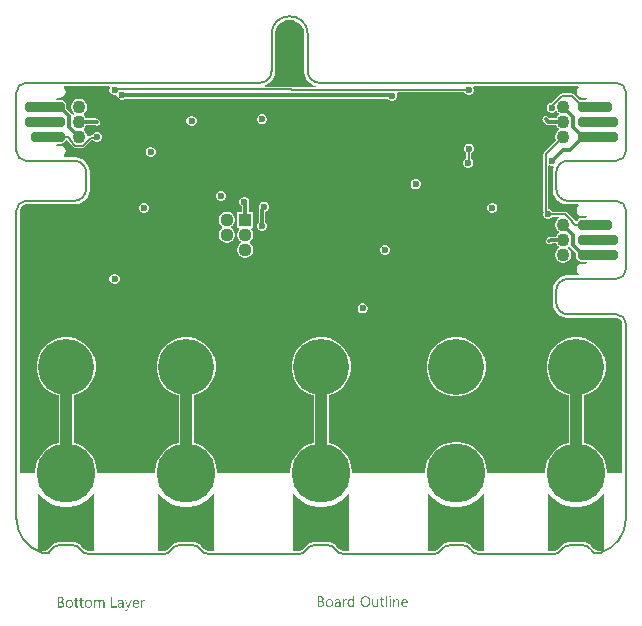
<source format=gbl>
G04*
G04 #@! TF.GenerationSoftware,Altium Limited,Altium Designer,22.11.1 (43)*
G04*
G04 Layer_Physical_Order=2*
G04 Layer_Color=16711680*
%FSAX44Y44*%
%MOMM*%
G71*
G04*
G04 #@! TF.SameCoordinates,9ACCB5CA-CB32-4648-9133-37158E338149*
G04*
G04*
G04 #@! TF.FilePolarity,Positive*
G04*
G01*
G75*
%ADD12C,0.1500*%
%ADD13C,0.2000*%
%ADD60C,1.1000*%
%ADD80C,0.3000*%
%ADD81C,0.3500*%
%ADD83C,1.1100*%
%ADD84R,1.1100X1.1100*%
%ADD85C,5.0000*%
%ADD86C,0.6000*%
G04:AMPARAMS|DCode=87|XSize=0.9mm|YSize=3.4mm|CornerRadius=0.351mm|HoleSize=0mm|Usage=FLASHONLY|Rotation=90.000|XOffset=0mm|YOffset=0mm|HoleType=Round|Shape=RoundedRectangle|*
%AMROUNDEDRECTD87*
21,1,0.9000,2.6980,0,0,90.0*
21,1,0.1980,3.4000,0,0,90.0*
1,1,0.7020,1.3490,0.0990*
1,1,0.7020,1.3490,-0.0990*
1,1,0.7020,-1.3490,-0.0990*
1,1,0.7020,-1.3490,0.0990*
%
%ADD87ROUNDEDRECTD87*%
G04:AMPARAMS|DCode=88|XSize=0.9mm|YSize=2.9mm|CornerRadius=0.351mm|HoleSize=0mm|Usage=FLASHONLY|Rotation=90.000|XOffset=0mm|YOffset=0mm|HoleType=Round|Shape=RoundedRectangle|*
%AMROUNDEDRECTD88*
21,1,0.9000,2.1980,0,0,90.0*
21,1,0.1980,2.9000,0,0,90.0*
1,1,0.7020,1.0990,0.0990*
1,1,0.7020,1.0990,-0.0990*
1,1,0.7020,-1.0990,-0.0990*
1,1,0.7020,-1.0990,0.0990*
%
%ADD88ROUNDEDRECTD88*%
%ADD89C,1.0000*%
%ADD90C,4.7500*%
G36*
X-00023179Y00398771D02*
X-00020952Y00397848D01*
X-00018947Y00396509D01*
X-00017242Y00394804D01*
X-00015902Y00392799D01*
X-00014979Y00390571D01*
X-00014509Y00388206D01*
X-00014509Y00387005D01*
X-00014559Y00356005D01*
X-00014543Y00355928D01*
X-00014555Y00355850D01*
X-00014507Y00354869D01*
X-00014452Y00354650D01*
X-00014452Y00354423D01*
X-00014069Y00352500D01*
X-00013954Y00352222D01*
X-00013895Y00351926D01*
X-00013145Y00350115D01*
X-00012977Y00349865D01*
X-00012862Y00349586D01*
X-00011772Y00347956D01*
X-00011559Y00347743D01*
X-00011392Y00347493D01*
X-00010006Y00346107D01*
X-00009755Y00345939D01*
X-00009542Y00345726D01*
X-00007912Y00344637D01*
X-00007634Y00344522D01*
X-00007383Y00344355D01*
X-00005572Y00343605D01*
X-00005276Y00343546D01*
X-00004998Y00343430D01*
X-00004388Y00343309D01*
X-00004513Y00342039D01*
X-00023960Y00342039D01*
X-00024467Y00342378D01*
X-00025247Y00342533D01*
X-00047196Y00342533D01*
X-00047449Y00343803D01*
X-00046115Y00344356D01*
X-00045864Y00344523D01*
X-00045586Y00344639D01*
X-00043956Y00345728D01*
X-00043743Y00345941D01*
X-00043492Y00346109D01*
X-00042106Y00347495D01*
X-00041939Y00347746D01*
X-00041726Y00347959D01*
X-00040637Y00349589D01*
X-00040522Y00349868D01*
X-00040354Y00350118D01*
X-00039604Y00351930D01*
X-00039546Y00352225D01*
X-00039430Y00352503D01*
X-00039048Y00354426D01*
X-00039048Y00354653D01*
X-00038993Y00354873D01*
X-00038945Y00355853D01*
X-00038956Y00355928D01*
X-00038941Y00356003D01*
X-00038941Y00387000D01*
X-00038951Y00387051D01*
X-00038943Y00387102D01*
X-00038981Y00388256D01*
X-00038521Y00390571D01*
X-00037598Y00392799D01*
X-00036258Y00394804D01*
X-00034553Y00396509D01*
X-00032548Y00397848D01*
X-00030321Y00398771D01*
X-00027956Y00399241D01*
X-00025544Y00399241D01*
X-00023179Y00398771D01*
X-00023179Y00398771D02*
G37*
G36*
X00217945Y00341671D02*
X00217575Y00341425D01*
X00216526Y00339853D01*
X00216157Y00338000D01*
X00216526Y00336147D01*
X00217575Y00334576D01*
X00219147Y00333526D01*
X00221000Y00333157D01*
X00224566Y00333157D01*
X00224708Y00332813D01*
X00223860Y00331543D01*
X00220510Y00331543D01*
X00218867Y00331217D01*
X00213642Y00336442D01*
X00212980Y00336884D01*
X00212200Y00337039D01*
X00203694Y00337039D01*
X00203693Y00337039D01*
X00202913Y00336884D01*
X00202251Y00336442D01*
X00197147Y00331338D01*
X00196968Y00331070D01*
X00195148Y00329250D01*
X00194155Y00329250D01*
X00192593Y00328603D01*
X00191397Y00327407D01*
X00190750Y00325845D01*
X00190750Y00324155D01*
X00191397Y00322593D01*
X00192593Y00321397D01*
X00194155Y00320750D01*
X00195845Y00320750D01*
X00197407Y00321397D01*
X00197925Y00321914D01*
X00199508Y00321712D01*
X00199599Y00321555D01*
X00200855Y00320299D01*
X00201229Y00320083D01*
X00201229Y00318617D01*
X00200855Y00318401D01*
X00199599Y00317145D01*
X00198825Y00315804D01*
X00193161Y00315804D01*
X00191983Y00316983D01*
X00191073Y00317590D01*
X00190000Y00317804D01*
X00188927Y00317590D01*
X00188017Y00316983D01*
X00187410Y00316073D01*
X00187196Y00315000D01*
X00187410Y00313927D01*
X00188017Y00313017D01*
X00190017Y00311017D01*
X00190927Y00310410D01*
X00192000Y00310196D01*
X00198825Y00310196D01*
X00199599Y00308855D01*
X00200855Y00307599D01*
X00201229Y00307383D01*
X00201229Y00305917D01*
X00200855Y00305701D01*
X00199599Y00304445D01*
X00198710Y00302905D01*
X00198250Y00301189D01*
X00198250Y00299411D01*
X00198710Y00297695D01*
X00199003Y00297187D01*
X00188558Y00286742D01*
X00188116Y00286080D01*
X00187961Y00285300D01*
X00187961Y00238086D01*
X00188116Y00237306D01*
X00188368Y00236928D01*
X00187831Y00235632D01*
X00187831Y00233941D01*
X00188478Y00232379D01*
X00189674Y00231184D01*
X00191236Y00230537D01*
X00192927Y00230537D01*
X00194489Y00231184D01*
X00195684Y00232379D01*
X00195837Y00232748D01*
X00201167Y00232748D01*
X00201507Y00231478D01*
X00200855Y00231101D01*
X00199599Y00229845D01*
X00198710Y00228305D01*
X00198250Y00226589D01*
X00198250Y00224811D01*
X00198710Y00223095D01*
X00199599Y00221555D01*
X00200855Y00220299D01*
X00201229Y00220083D01*
X00201229Y00218617D01*
X00200855Y00218401D01*
X00199599Y00217145D01*
X00198825Y00215804D01*
X00194200Y00215804D01*
X00194200Y00215804D01*
X00193127Y00215590D01*
X00192217Y00214983D01*
X00191267Y00214033D01*
X00190660Y00213123D01*
X00190446Y00212050D01*
X00190660Y00210977D01*
X00191267Y00210067D01*
X00192177Y00209460D01*
X00193250Y00209246D01*
X00194323Y00209460D01*
X00195233Y00210067D01*
X00195361Y00210196D01*
X00198825Y00210196D01*
X00199599Y00208855D01*
X00200855Y00207599D01*
X00201229Y00207383D01*
X00201229Y00205917D01*
X00200855Y00205701D01*
X00199599Y00204445D01*
X00198710Y00202905D01*
X00198250Y00201189D01*
X00198250Y00199411D01*
X00198710Y00197695D01*
X00199599Y00196155D01*
X00200855Y00194899D01*
X00202395Y00194010D01*
X00204111Y00193550D01*
X00205889Y00193550D01*
X00207605Y00194010D01*
X00209145Y00194899D01*
X00210401Y00196155D01*
X00211290Y00197695D01*
X00211750Y00199411D01*
X00211750Y00201189D01*
X00211290Y00202905D01*
X00210401Y00204445D01*
X00209319Y00205527D01*
X00209261Y00206448D01*
X00209351Y00207024D01*
X00209396Y00207057D01*
X00209664Y00207072D01*
X00210922Y00206759D01*
X00211337Y00206137D01*
X00215744Y00201730D01*
X00215657Y00201290D01*
X00215657Y00199310D01*
X00216026Y00197453D01*
X00217078Y00195878D01*
X00218653Y00194826D01*
X00220510Y00194457D01*
X00224567Y00194457D01*
X00224709Y00194113D01*
X00223861Y00192843D01*
X00221000Y00192843D01*
X00219147Y00192474D01*
X00217575Y00191425D01*
X00216526Y00189853D01*
X00216157Y00188000D01*
X00216526Y00186147D01*
X00217575Y00184575D01*
X00217945Y00184329D01*
X00217560Y00183059D01*
X00209000Y00183059D01*
X00208925Y00183044D01*
X00208850Y00183055D01*
X00207870Y00183007D01*
X00207650Y00182952D01*
X00207423Y00182952D01*
X00205500Y00182569D01*
X00205222Y00182454D01*
X00204927Y00182395D01*
X00203116Y00181645D01*
X00202865Y00181478D01*
X00202587Y00181362D01*
X00200957Y00180273D01*
X00200744Y00180060D01*
X00200493Y00179893D01*
X00199107Y00178507D01*
X00198940Y00178256D01*
X00198727Y00178043D01*
X00197638Y00176413D01*
X00197522Y00176135D01*
X00197355Y00175884D01*
X00196605Y00174073D01*
X00196546Y00173778D01*
X00196431Y00173500D01*
X00196048Y00171577D01*
X00196048Y00171350D01*
X00195993Y00171130D01*
X00195945Y00170150D01*
X00195956Y00170074D01*
X00195941Y00169998D01*
X00195948Y00159998D01*
X00195960Y00159934D01*
X00195951Y00159869D01*
X00195992Y00158889D01*
X00196048Y00158659D01*
X00196048Y00158423D01*
X00196431Y00156500D01*
X00196546Y00156222D01*
X00196605Y00155926D01*
X00197355Y00154115D01*
X00197523Y00153864D01*
X00197638Y00153586D01*
X00198727Y00151956D01*
X00198941Y00151743D01*
X00199108Y00151493D01*
X00200494Y00150106D01*
X00200745Y00149939D01*
X00200958Y00149726D01*
X00202588Y00148637D01*
X00202866Y00148522D01*
X00203117Y00148355D01*
X00204928Y00147604D01*
X00205224Y00147546D01*
X00205502Y00147430D01*
X00207425Y00147048D01*
X00207652Y00147048D01*
X00207871Y00146993D01*
X00208852Y00146945D01*
X00208927Y00146956D01*
X00209002Y00146941D01*
X00250002Y00146941D01*
X00250002Y00146941D01*
X00250003Y00146941D01*
X00250486Y00146941D01*
X00251440Y00146752D01*
X00252340Y00146379D01*
X00253149Y00145838D01*
X00253838Y00145150D01*
X00254379Y00144341D01*
X00254751Y00143441D01*
X00254941Y00142487D01*
X00254941Y00142000D01*
X00254941Y00015600D01*
X00242150Y00015600D01*
X00242150Y00017666D01*
X00241504Y00021747D01*
X00240227Y00025677D01*
X00238351Y00029358D01*
X00235922Y00032701D01*
X00233001Y00035622D01*
X00229658Y00038051D01*
X00225977Y00039927D01*
X00222272Y00041130D01*
X00222272Y00081378D01*
X00223192Y00081561D01*
X00227742Y00083445D01*
X00231837Y00086181D01*
X00235319Y00089663D01*
X00238055Y00093758D01*
X00239939Y00098308D01*
X00240900Y00103138D01*
X00240900Y00108062D01*
X00239939Y00112892D01*
X00238055Y00117442D01*
X00235319Y00121537D01*
X00231837Y00125019D01*
X00227742Y00127755D01*
X00223192Y00129639D01*
X00218362Y00130600D01*
X00213438Y00130600D01*
X00208608Y00129639D01*
X00204058Y00127755D01*
X00199963Y00125019D01*
X00196481Y00121537D01*
X00193745Y00117442D01*
X00191861Y00112892D01*
X00190900Y00108062D01*
X00190900Y00103138D01*
X00191861Y00098308D01*
X00193745Y00093758D01*
X00196481Y00089663D01*
X00199963Y00086181D01*
X00204058Y00083445D01*
X00208608Y00081561D01*
X00209527Y00081378D01*
X00209527Y00041130D01*
X00205823Y00039927D01*
X00202142Y00038051D01*
X00198799Y00035622D01*
X00195878Y00032701D01*
X00193449Y00029358D01*
X00191573Y00025677D01*
X00190296Y00021747D01*
X00189650Y00017666D01*
X00189650Y00015600D01*
X00140550Y00015600D01*
X00140550Y00017666D01*
X00139904Y00021747D01*
X00138627Y00025677D01*
X00136751Y00029358D01*
X00134322Y00032701D01*
X00131401Y00035622D01*
X00128058Y00038051D01*
X00124376Y00039927D01*
X00120447Y00041204D01*
X00116366Y00041850D01*
X00112234Y00041850D01*
X00108153Y00041204D01*
X00104223Y00039927D01*
X00100542Y00038051D01*
X00097199Y00035622D01*
X00094278Y00032701D01*
X00091849Y00029358D01*
X00089973Y00025677D01*
X00088696Y00021747D01*
X00088050Y00017666D01*
X00088050Y00015600D01*
X00026250Y00015600D01*
X00026250Y00017666D01*
X00025604Y00021747D01*
X00024327Y00025677D01*
X00022451Y00029358D01*
X00020022Y00032701D01*
X00017101Y00035622D01*
X00013758Y00038051D01*
X00010077Y00039927D01*
X00006373Y00041130D01*
X00006373Y00081378D01*
X00007292Y00081561D01*
X00011842Y00083445D01*
X00015937Y00086181D01*
X00019419Y00089663D01*
X00022155Y00093758D01*
X00024039Y00098308D01*
X00025000Y00103138D01*
X00025000Y00108062D01*
X00024039Y00112892D01*
X00022155Y00117442D01*
X00019419Y00121537D01*
X00015937Y00125019D01*
X00011842Y00127755D01*
X00007292Y00129639D01*
X00002462Y00130600D01*
X-00002462Y00130600D01*
X-00007292Y00129639D01*
X-00011842Y00127755D01*
X-00015937Y00125019D01*
X-00019419Y00121537D01*
X-00022155Y00117442D01*
X-00024039Y00112892D01*
X-00025000Y00108062D01*
X-00025000Y00103138D01*
X-00024039Y00098308D01*
X-00022155Y00093758D01*
X-00019419Y00089663D01*
X-00015937Y00086181D01*
X-00011842Y00083445D01*
X-00007292Y00081561D01*
X-00006373Y00081378D01*
X-00006373Y00041130D01*
X-00010077Y00039927D01*
X-00013758Y00038051D01*
X-00017101Y00035622D01*
X-00020022Y00032701D01*
X-00022451Y00029358D01*
X-00024327Y00025677D01*
X-00025604Y00021747D01*
X-00026250Y00017666D01*
X-00026250Y00015600D01*
X-00088050Y00015600D01*
X-00088050Y00017666D01*
X-00088696Y00021747D01*
X-00089973Y00025677D01*
X-00091849Y00029358D01*
X-00094278Y00032701D01*
X-00097199Y00035622D01*
X-00100542Y00038051D01*
X-00104223Y00039927D01*
X-00107928Y00041130D01*
X-00107928Y00081378D01*
X-00107008Y00081561D01*
X-00102458Y00083445D01*
X-00098363Y00086181D01*
X-00094881Y00089663D01*
X-00092145Y00093758D01*
X-00090261Y00098308D01*
X-00089300Y00103138D01*
X-00089300Y00108062D01*
X-00090261Y00112892D01*
X-00092145Y00117442D01*
X-00094881Y00121537D01*
X-00098363Y00125019D01*
X-00102458Y00127755D01*
X-00107008Y00129639D01*
X-00111838Y00130600D01*
X-00116762Y00130600D01*
X-00121592Y00129639D01*
X-00126142Y00127755D01*
X-00130237Y00125019D01*
X-00133719Y00121537D01*
X-00136455Y00117442D01*
X-00138339Y00112892D01*
X-00139300Y00108062D01*
X-00139300Y00103138D01*
X-00138339Y00098308D01*
X-00136455Y00093758D01*
X-00133719Y00089663D01*
X-00130237Y00086181D01*
X-00126142Y00083445D01*
X-00121592Y00081561D01*
X-00120672Y00081378D01*
X-00120672Y00041130D01*
X-00124376Y00039927D01*
X-00128058Y00038051D01*
X-00131401Y00035622D01*
X-00134322Y00032701D01*
X-00136751Y00029358D01*
X-00138627Y00025677D01*
X-00139904Y00021747D01*
X-00140550Y00017666D01*
X-00140550Y00015600D01*
X-00189650Y00015600D01*
X-00189650Y00017666D01*
X-00190296Y00021747D01*
X-00191573Y00025677D01*
X-00193449Y00029358D01*
X-00195878Y00032701D01*
X-00198799Y00035622D01*
X-00202142Y00038051D01*
X-00205823Y00039927D01*
X-00209527Y00041130D01*
X-00209527Y00081378D01*
X-00208608Y00081561D01*
X-00204058Y00083445D01*
X-00199963Y00086181D01*
X-00196481Y00089663D01*
X-00193745Y00093758D01*
X-00191861Y00098308D01*
X-00190900Y00103138D01*
X-00190900Y00108062D01*
X-00191861Y00112892D01*
X-00193745Y00117442D01*
X-00196481Y00121537D01*
X-00199963Y00125019D01*
X-00204058Y00127755D01*
X-00208608Y00129639D01*
X-00213438Y00130600D01*
X-00218362Y00130600D01*
X-00223192Y00129639D01*
X-00227742Y00127755D01*
X-00231836Y00125019D01*
X-00235319Y00121537D01*
X-00238055Y00117442D01*
X-00239939Y00112892D01*
X-00240900Y00108062D01*
X-00240900Y00103138D01*
X-00239939Y00098308D01*
X-00238055Y00093758D01*
X-00235319Y00089663D01*
X-00231836Y00086181D01*
X-00227742Y00083445D01*
X-00223192Y00081561D01*
X-00222272Y00081378D01*
X-00222272Y00041130D01*
X-00225977Y00039927D01*
X-00229658Y00038051D01*
X-00233001Y00035622D01*
X-00235922Y00032701D01*
X-00238351Y00029358D01*
X-00240227Y00025677D01*
X-00241504Y00021747D01*
X-00242150Y00017666D01*
X-00242150Y00015600D01*
X-00254942Y00015600D01*
X-00254943Y00142000D01*
X-00254941Y00238000D01*
X-00254941Y00238000D01*
X-00254941Y00238000D01*
X-00254941Y00238487D01*
X-00254752Y00239442D01*
X-00254379Y00240340D01*
X-00253839Y00241150D01*
X-00253151Y00241838D01*
X-00252341Y00242379D01*
X-00251443Y00242751D01*
X-00250488Y00242941D01*
X-00250002Y00242941D01*
X-00209000Y00242941D01*
X-00208925Y00242956D01*
X-00208850Y00242945D01*
X-00207870Y00242993D01*
X-00207650Y00243048D01*
X-00207423Y00243048D01*
X-00205500Y00243431D01*
X-00205222Y00243546D01*
X-00204927Y00243605D01*
X-00203116Y00244355D01*
X-00202865Y00244522D01*
X-00202587Y00244638D01*
X-00200957Y00245727D01*
X-00200744Y00245940D01*
X-00200493Y00246107D01*
X-00199107Y00247493D01*
X-00198940Y00247744D01*
X-00198727Y00247957D01*
X-00197638Y00249587D01*
X-00197522Y00249865D01*
X-00197355Y00250116D01*
X-00196605Y00251927D01*
X-00196546Y00252222D01*
X-00196431Y00252500D01*
X-00196048Y00254423D01*
X-00196048Y00254650D01*
X-00195993Y00254870D01*
X-00195945Y00255850D01*
X-00195956Y00255923D01*
X-00195941Y00255996D01*
X-00195921Y00269995D01*
X-00195943Y00270103D01*
X-00195929Y00270212D01*
X-00195997Y00271193D01*
X-00196048Y00271381D01*
X-00196048Y00271577D01*
X-00196431Y00273500D01*
X-00196546Y00273778D01*
X-00196605Y00274074D01*
X-00197355Y00275885D01*
X-00197523Y00276135D01*
X-00197638Y00276414D01*
X-00198728Y00278044D01*
X-00198941Y00278257D01*
X-00199108Y00278507D01*
X-00200494Y00279893D01*
X-00200745Y00280061D01*
X-00200958Y00280274D01*
X-00202588Y00281363D01*
X-00202866Y00281478D01*
X-00203117Y00281645D01*
X-00204928Y00282395D01*
X-00205224Y00282454D01*
X-00205502Y00282569D01*
X-00207425Y00282952D01*
X-00207652Y00282952D01*
X-00207872Y00283007D01*
X-00208852Y00283055D01*
X-00208927Y00283044D01*
X-00209002Y00283058D01*
X-00217560Y00283058D01*
X-00217945Y00284328D01*
X-00217575Y00284576D01*
X-00216526Y00286147D01*
X-00216157Y00288000D01*
X-00216526Y00289853D01*
X-00217575Y00291425D01*
X-00219147Y00292474D01*
X-00221000Y00292843D01*
X-00224566Y00292843D01*
X-00224708Y00293187D01*
X-00223860Y00294457D01*
X-00220510Y00294457D01*
X-00218653Y00294826D01*
X-00217078Y00295878D01*
X-00216249Y00297119D01*
X-00215796Y00297236D01*
X-00215685Y00297233D01*
X-00214396Y00296474D01*
X-00214384Y00296413D01*
X-00213942Y00295751D01*
X-00209548Y00291358D01*
X-00208887Y00290916D01*
X-00208107Y00290761D01*
X-00201893Y00290761D01*
X-00201113Y00290916D01*
X-00200452Y00291358D01*
X-00194603Y00297207D01*
X-00193217Y00297207D01*
X-00192407Y00296397D01*
X-00190845Y00295750D01*
X-00189155Y00295750D01*
X-00187593Y00296397D01*
X-00186397Y00297593D01*
X-00185750Y00299155D01*
X-00185750Y00300845D01*
X-00186397Y00302407D01*
X-00187593Y00303603D01*
X-00189155Y00304250D01*
X-00190845Y00304250D01*
X-00192407Y00303603D01*
X-00193603Y00302407D01*
X-00193986Y00301483D01*
X-00195250Y00301483D01*
X-00196030Y00301327D01*
X-00196692Y00300885D01*
X-00196692Y00300885D01*
X-00196980Y00300597D01*
X-00198250Y00301123D01*
X-00198250Y00301189D01*
X-00198710Y00302905D01*
X-00199599Y00304445D01*
X-00200855Y00305701D01*
X-00201229Y00305917D01*
X-00201229Y00307383D01*
X-00200855Y00307599D01*
X-00199599Y00308855D01*
X-00198825Y00310196D01*
X-00191584Y00310196D01*
X-00191073Y00309855D01*
X-00190000Y00309641D01*
X-00188927Y00309855D01*
X-00188017Y00310462D01*
X-00187410Y00311372D01*
X-00187196Y00312445D01*
X-00187410Y00313518D01*
X-00188017Y00314428D01*
X-00188572Y00314983D01*
X-00189482Y00315590D01*
X-00190555Y00315804D01*
X-00198825Y00315804D01*
X-00199599Y00317145D01*
X-00200855Y00318401D01*
X-00201229Y00318617D01*
X-00201229Y00320083D01*
X-00200855Y00320299D01*
X-00199599Y00321555D01*
X-00198710Y00323095D01*
X-00198250Y00324811D01*
X-00198250Y00326589D01*
X-00198710Y00328305D01*
X-00199599Y00329845D01*
X-00200855Y00331101D01*
X-00202395Y00331990D01*
X-00204111Y00332450D01*
X-00205889Y00332450D01*
X-00207605Y00331990D01*
X-00209145Y00331101D01*
X-00210401Y00329845D01*
X-00211290Y00328305D01*
X-00211750Y00326589D01*
X-00211750Y00324811D01*
X-00211290Y00323095D01*
X-00210401Y00321555D01*
X-00209319Y00320473D01*
X-00209261Y00319552D01*
X-00209351Y00318976D01*
X-00209396Y00318943D01*
X-00209664Y00318928D01*
X-00210922Y00319241D01*
X-00211337Y00319863D01*
X-00211337Y00319863D01*
X-00215744Y00324270D01*
X-00215657Y00324710D01*
X-00215657Y00326690D01*
X-00216026Y00328547D01*
X-00217078Y00330122D01*
X-00218653Y00331174D01*
X-00220510Y00331543D01*
X-00224567Y00331543D01*
X-00224709Y00331887D01*
X-00223861Y00333157D01*
X-00221000Y00333157D01*
X-00219147Y00333526D01*
X-00217575Y00334576D01*
X-00216526Y00336147D01*
X-00216157Y00338000D01*
X-00216526Y00339853D01*
X-00217575Y00341425D01*
X-00217945Y00341671D01*
X-00217560Y00342941D01*
X-00179728Y00342941D01*
X-00178908Y00341671D01*
X-00179250Y00340845D01*
X-00179250Y00339155D01*
X-00178603Y00337593D01*
X-00177407Y00336397D01*
X-00175845Y00335750D01*
X-00174155Y00335750D01*
X-00173834Y00335883D01*
X-00172564Y00335034D01*
X-00172564Y00334649D01*
X-00171917Y00333087D01*
X-00170721Y00331891D01*
X-00169159Y00331244D01*
X-00167469Y00331244D01*
X-00165907Y00331891D01*
X-00165362Y00332435D01*
X00056554Y00332435D01*
X00057593Y00331397D01*
X00059155Y00330750D01*
X00060845Y00330750D01*
X00062407Y00331397D01*
X00063603Y00332593D01*
X00064250Y00334155D01*
X00064250Y00335845D01*
X00063900Y00336691D01*
X00064709Y00337961D01*
X00121244Y00337961D01*
X00121397Y00337593D01*
X00122593Y00336397D01*
X00124155Y00335750D01*
X00125845Y00335750D01*
X00127407Y00336397D01*
X00128603Y00337593D01*
X00129250Y00339155D01*
X00129250Y00340845D01*
X00128908Y00341671D01*
X00129728Y00342941D01*
X00217560Y00342941D01*
X00217945Y00341671D01*
X00217945Y00341671D02*
G37*
G36*
X00194155Y00275750D02*
X00195845Y00275750D01*
X00195941Y00275790D01*
X00196913Y00274818D01*
X00196605Y00274073D01*
X00196546Y00273778D01*
X00196431Y00273500D01*
X00196048Y00271577D01*
X00196048Y00271350D01*
X00195993Y00271130D01*
X00195945Y00270150D01*
X00195956Y00270076D01*
X00195941Y00270002D01*
X00195930Y00256002D01*
X00195949Y00255909D01*
X00195936Y00255815D01*
X00195995Y00254835D01*
X00196048Y00254632D01*
X00196048Y00254423D01*
X00196431Y00252500D01*
X00196546Y00252222D01*
X00196605Y00251926D01*
X00197355Y00250115D01*
X00197523Y00249865D01*
X00197638Y00249586D01*
X00198727Y00247956D01*
X00198941Y00247743D01*
X00199108Y00247493D01*
X00200494Y00246106D01*
X00200745Y00245939D01*
X00200958Y00245726D01*
X00202588Y00244637D01*
X00202866Y00244522D01*
X00203117Y00244354D01*
X00204928Y00243604D01*
X00205224Y00243546D01*
X00205502Y00243430D01*
X00207425Y00243048D01*
X00207652Y00243048D01*
X00207871Y00242993D01*
X00208852Y00242945D01*
X00208927Y00242956D01*
X00209002Y00242941D01*
X00217559Y00242941D01*
X00217945Y00241671D01*
X00217575Y00241425D01*
X00216526Y00239853D01*
X00216157Y00238000D01*
X00216526Y00236147D01*
X00217575Y00234576D01*
X00219147Y00233526D01*
X00221000Y00233157D01*
X00224566Y00233157D01*
X00224708Y00232813D01*
X00223860Y00231543D01*
X00220510Y00231543D01*
X00218653Y00231174D01*
X00217078Y00230122D01*
X00216249Y00228881D01*
X00215796Y00228764D01*
X00215685Y00228767D01*
X00214396Y00229526D01*
X00214384Y00229587D01*
X00213942Y00230249D01*
X00207962Y00236229D01*
X00207300Y00236671D01*
X00206520Y00236826D01*
X00195837Y00236826D01*
X00195684Y00237194D01*
X00194489Y00238390D01*
X00192927Y00239037D01*
X00192039Y00239037D01*
X00192039Y00275291D01*
X00193309Y00276100D01*
X00194155Y00275750D01*
X00194155Y00275750D02*
G37*
G36*
X-00121497Y-00043093D02*
X-00123389Y-00043565D01*
X-00125111Y-00044481D01*
X-00126560Y-00045786D01*
X-00127155Y-00046561D01*
X-00127155Y-00046561D01*
X-00127155Y-00046561D01*
X-00127155Y-00046561D01*
X-00127137Y-00046573D01*
X-00127677Y-00047436D01*
X-00129153Y-00048837D01*
X-00130934Y-00049824D01*
X-00132904Y-00050334D01*
X-00133922Y-00050334D01*
X-00133922Y-00050334D01*
X-00137922Y-00050347D01*
X-00137922Y-00043038D01*
X-00120522Y-00043034D01*
X-00121497Y-00043093D01*
X-00121497Y-00043093D02*
G37*
G36*
X-00223097Y-00043093D02*
X-00224989Y-00043565D01*
X-00226711Y-00044481D01*
X-00228160Y-00045786D01*
X-00228755Y-00046561D01*
X-00228755Y-00046561D01*
X-00228755Y-00046561D01*
X-00228755Y-00046561D01*
X-00228738Y-00046573D01*
X-00229277Y-00047436D01*
X-00230753Y-00048837D01*
X-00232533Y-00049824D01*
X-00234504Y-00050334D01*
X-00235522Y-00050334D01*
X-00235522Y-00050334D01*
X-00239522Y-00050347D01*
X-00239522Y-00043038D01*
X-00222122Y-00043034D01*
X-00223097Y-00043093D01*
X-00223097Y-00043093D02*
G37*
G36*
X00208703Y-00043093D02*
X00206811Y-00043565D01*
X00205089Y-00044481D01*
X00203640Y-00045786D01*
X00203045Y-00046561D01*
X00203045Y-00046561D01*
X00203045Y-00046561D01*
X00203045Y-00046561D01*
X00203062Y-00046573D01*
X00202523Y-00047436D01*
X00201047Y-00048837D01*
X00199266Y-00049824D01*
X00197296Y-00050334D01*
X00196278Y-00050334D01*
X00196278Y-00050334D01*
X00192278Y-00050347D01*
X00192278Y-00043038D01*
X00209678Y-00043034D01*
X00208703Y-00043093D01*
X00208703Y-00043093D02*
G37*
G36*
X00107103Y-00043093D02*
X00105211Y-00043565D01*
X00103489Y-00044481D01*
X00102040Y-00045786D01*
X00101445Y-00046561D01*
X00101445Y-00046561D01*
X00101445Y-00046561D01*
X00101445Y-00046561D01*
X00101462Y-00046573D01*
X00100923Y-00047436D01*
X00099447Y-00048837D01*
X00097667Y-00049824D01*
X00095696Y-00050334D01*
X00094678Y-00050334D01*
X00094678Y-00050334D01*
X00090678Y-00050347D01*
X00090678Y-00043038D01*
X00108078Y-00043034D01*
X00107103Y-00043093D01*
X00107103Y-00043093D02*
G37*
G36*
X-00007197Y-00043093D02*
X-00009089Y-00043565D01*
X-00010811Y-00044481D01*
X-00012260Y-00045786D01*
X-00012855Y-00046561D01*
X-00012855Y-00046561D01*
X-00012855Y-00046561D01*
X-00012855Y-00046561D01*
X-00012838Y-00046573D01*
X-00013377Y-00047436D01*
X-00014853Y-00048837D01*
X-00016633Y-00049824D01*
X-00018604Y-00050334D01*
X-00019622Y-00050334D01*
X-00019622Y-00050334D01*
X-00023622Y-00050347D01*
X-00023622Y-00043038D01*
X-00006222Y-00043034D01*
X-00007197Y-00043093D01*
X-00007197Y-00043093D02*
G37*
G36*
X-00136543Y-00002971D02*
X-00133318Y-00006257D01*
X-00129613Y-00008991D01*
X-00125522Y-00011104D01*
X-00121149Y-00012543D01*
X-00116603Y-00013272D01*
X-00111999Y-00013272D01*
X-00107452Y-00012544D01*
X-00103079Y-00011105D01*
X-00098988Y-00008992D01*
X-00095283Y-00006258D01*
X-00092058Y-00002973D01*
X-00090651Y-00001148D01*
X-00090651Y-00042994D01*
X-00090597Y-00043026D01*
X-00090651Y-00043026D01*
X-00090651Y-00050304D01*
X-00094651Y-00050290D01*
X-00094651Y-00050290D01*
X-00095669Y-00050290D01*
X-00097639Y-00049780D01*
X-00099419Y-00048793D01*
X-00100896Y-00047392D01*
X-00101435Y-00046529D01*
X-00101418Y-00046517D01*
X-00102013Y-00045742D01*
X-00103462Y-00044437D01*
X-00105184Y-00043521D01*
X-00107076Y-00043049D01*
X-00107459Y-00043026D01*
X-00137950Y-00043026D01*
X-00137950Y-00001147D01*
X-00136543Y-00002971D01*
X-00136543Y-00002971D02*
G37*
G36*
X-00238143Y-00002971D02*
X-00234918Y-00006257D01*
X-00231213Y-00008991D01*
X-00227122Y-00011104D01*
X-00222749Y-00012543D01*
X-00218203Y-00013272D01*
X-00213599Y-00013272D01*
X-00209052Y-00012544D01*
X-00204679Y-00011105D01*
X-00200588Y-00008992D01*
X-00196883Y-00006258D01*
X-00193658Y-00002973D01*
X-00192251Y-00001148D01*
X-00192251Y-00042994D01*
X-00192197Y-00043026D01*
X-00192251Y-00043026D01*
X-00192251Y-00050304D01*
X-00196251Y-00050290D01*
X-00196251Y-00050290D01*
X-00197269Y-00050290D01*
X-00199239Y-00049780D01*
X-00201019Y-00048793D01*
X-00202496Y-00047392D01*
X-00203035Y-00046529D01*
X-00203018Y-00046517D01*
X-00203612Y-00045742D01*
X-00205062Y-00044437D01*
X-00206784Y-00043521D01*
X-00208676Y-00043049D01*
X-00209059Y-00043026D01*
X-00239550Y-00043026D01*
X-00239550Y-00001147D01*
X-00238143Y-00002971D01*
X-00238143Y-00002971D02*
G37*
G36*
X00193657Y-00002971D02*
X00196882Y-00006257D01*
X00200587Y-00008991D01*
X00204678Y-00011104D01*
X00209051Y-00012543D01*
X00213597Y-00013272D01*
X00218201Y-00013272D01*
X00222748Y-00012544D01*
X00227121Y-00011105D01*
X00231212Y-00008992D01*
X00234917Y-00006258D01*
X00238142Y-00002973D01*
X00239549Y-00001148D01*
X00239549Y-00042994D01*
X00239603Y-00043026D01*
X00239549Y-00043026D01*
X00239549Y-00050304D01*
X00235549Y-00050290D01*
X00235549Y-00050290D01*
X00234531Y-00050290D01*
X00232561Y-00049780D01*
X00230781Y-00048793D01*
X00229304Y-00047392D01*
X00228765Y-00046529D01*
X00228782Y-00046517D01*
X00228188Y-00045742D01*
X00226738Y-00044437D01*
X00225016Y-00043521D01*
X00223124Y-00043049D01*
X00222741Y-00043026D01*
X00192250Y-00043026D01*
X00192250Y-00001147D01*
X00193657Y-00002971D01*
X00193657Y-00002971D02*
G37*
G36*
X00092057Y-00002971D02*
X00095282Y-00006257D01*
X00098987Y-00008991D01*
X00103077Y-00011104D01*
X00107451Y-00012543D01*
X00111997Y-00013272D01*
X00116601Y-00013272D01*
X00121148Y-00012544D01*
X00125521Y-00011105D01*
X00129612Y-00008992D01*
X00133317Y-00006258D01*
X00136542Y-00002973D01*
X00137949Y-00001148D01*
X00137949Y-00042994D01*
X00138003Y-00043026D01*
X00137949Y-00043026D01*
X00137949Y-00050304D01*
X00133949Y-00050290D01*
X00133949Y-00050290D01*
X00132931Y-00050290D01*
X00130961Y-00049780D01*
X00129180Y-00048793D01*
X00127704Y-00047392D01*
X00127165Y-00046529D01*
X00127182Y-00046517D01*
X00126587Y-00045742D01*
X00125138Y-00044437D01*
X00123416Y-00043521D01*
X00121524Y-00043049D01*
X00121141Y-00043026D01*
X00090650Y-00043026D01*
X00090650Y-00001147D01*
X00092057Y-00002971D01*
X00092057Y-00002971D02*
G37*
G36*
X-00022243Y-00002971D02*
X-00019018Y-00006257D01*
X-00015313Y-00008991D01*
X-00011222Y-00011104D01*
X-00006849Y-00012543D01*
X-00002303Y-00013272D01*
X00002301Y-00013272D01*
X00006848Y-00012544D01*
X00011221Y-00011105D01*
X00015312Y-00008992D01*
X00019017Y-00006258D01*
X00022242Y-00002973D01*
X00023649Y-00001148D01*
X00023649Y-00042994D01*
X00023703Y-00043026D01*
X00023649Y-00043026D01*
X00023649Y-00050304D01*
X00019649Y-00050290D01*
X00019649Y-00050290D01*
X00018631Y-00050290D01*
X00016661Y-00049780D01*
X00014880Y-00048793D01*
X00013404Y-00047392D01*
X00012865Y-00046529D01*
X00012882Y-00046517D01*
X00012287Y-00045742D01*
X00010838Y-00044437D01*
X00009116Y-00043521D01*
X00007224Y-00043049D01*
X00006841Y-00043026D01*
X-00023650Y-00043026D01*
X-00023650Y-00001147D01*
X-00022243Y-00002971D01*
X-00022243Y-00002971D02*
G37*
G36*
X00058526Y-00088369D02*
X00058597Y-00088384D01*
X00058667Y-00088408D01*
X00058746Y-00088447D01*
X00058824Y-00088494D01*
X00058903Y-00088557D01*
X00058911Y-00088565D01*
X00058934Y-00088588D01*
X00058966Y-00088628D01*
X00059005Y-00088683D01*
X00059036Y-00088753D01*
X00059068Y-00088832D01*
X00059091Y-00088926D01*
X00059099Y-00089028D01*
X00059099Y-00089044D01*
X00059099Y-00089075D01*
X00059091Y-00089122D01*
X00059075Y-00089193D01*
X00059052Y-00089263D01*
X00059013Y-00089342D01*
X00058966Y-00089420D01*
X00058903Y-00089499D01*
X00058895Y-00089507D01*
X00058871Y-00089530D01*
X00058824Y-00089562D01*
X00058769Y-00089593D01*
X00058699Y-00089624D01*
X00058620Y-00089656D01*
X00058534Y-00089679D01*
X00058432Y-00089687D01*
X00058385Y-00089687D01*
X00058338Y-00089679D01*
X00058267Y-00089664D01*
X00058197Y-00089640D01*
X00058118Y-00089609D01*
X00058039Y-00089569D01*
X00057961Y-00089507D01*
X00057953Y-00089499D01*
X00057930Y-00089475D01*
X00057898Y-00089428D01*
X00057867Y-00089373D01*
X00057835Y-00089310D01*
X00057804Y-00089224D01*
X00057780Y-00089130D01*
X00057773Y-00089028D01*
X00057773Y-00089012D01*
X00057773Y-00088981D01*
X00057780Y-00088926D01*
X00057796Y-00088863D01*
X00057820Y-00088785D01*
X00057851Y-00088706D01*
X00057898Y-00088628D01*
X00057961Y-00088557D01*
X00057969Y-00088549D01*
X00057992Y-00088526D01*
X00058039Y-00088494D01*
X00058095Y-00088455D01*
X00058165Y-00088424D01*
X00058244Y-00088392D01*
X00058330Y-00088369D01*
X00058432Y-00088361D01*
X00058479Y-00088361D01*
X00058526Y-00088369D01*
X00058526Y-00088369D02*
G37*
G36*
X00028128Y-00097677D02*
X00027108Y-00097677D01*
X00027108Y-00096602D01*
X00027085Y-00096602D01*
X00027077Y-00096617D01*
X00027053Y-00096657D01*
X00027006Y-00096712D01*
X00026951Y-00096790D01*
X00026873Y-00096884D01*
X00026786Y-00096986D01*
X00026676Y-00097096D01*
X00026543Y-00097214D01*
X00026402Y-00097332D01*
X00026237Y-00097442D01*
X00026056Y-00097544D01*
X00025860Y-00097638D01*
X00025648Y-00097716D01*
X00025413Y-00097771D01*
X00025162Y-00097810D01*
X00024895Y-00097826D01*
X00024840Y-00097826D01*
X00024777Y-00097818D01*
X00024699Y-00097810D01*
X00024597Y-00097803D01*
X00024479Y-00097779D01*
X00024346Y-00097755D01*
X00024204Y-00097716D01*
X00024055Y-00097677D01*
X00023898Y-00097614D01*
X00023741Y-00097551D01*
X00023576Y-00097465D01*
X00023419Y-00097371D01*
X00023262Y-00097253D01*
X00023113Y-00097120D01*
X00022972Y-00096971D01*
X00022964Y-00096963D01*
X00022941Y-00096931D01*
X00022909Y-00096884D01*
X00022862Y-00096814D01*
X00022807Y-00096727D01*
X00022744Y-00096625D01*
X00022682Y-00096500D01*
X00022619Y-00096358D01*
X00022548Y-00096201D01*
X00022485Y-00096029D01*
X00022423Y-00095833D01*
X00022368Y-00095629D01*
X00022321Y-00095409D01*
X00022289Y-00095166D01*
X00022266Y-00094914D01*
X00022258Y-00094648D01*
X00022258Y-00094640D01*
X00022258Y-00094632D01*
X00022258Y-00094608D01*
X00022258Y-00094577D01*
X00022266Y-00094498D01*
X00022273Y-00094389D01*
X00022281Y-00094247D01*
X00022297Y-00094098D01*
X00022321Y-00093925D01*
X00022360Y-00093737D01*
X00022399Y-00093541D01*
X00022454Y-00093329D01*
X00022517Y-00093125D01*
X00022595Y-00092905D01*
X00022682Y-00092701D01*
X00022792Y-00092497D01*
X00022909Y-00092301D01*
X00023050Y-00092112D01*
X00023058Y-00092105D01*
X00023090Y-00092073D01*
X00023137Y-00092026D01*
X00023200Y-00091963D01*
X00023278Y-00091893D01*
X00023372Y-00091806D01*
X00023490Y-00091720D01*
X00023616Y-00091634D01*
X00023765Y-00091547D01*
X00023922Y-00091461D01*
X00024094Y-00091375D01*
X00024283Y-00091304D01*
X00024487Y-00091241D01*
X00024706Y-00091194D01*
X00024934Y-00091163D01*
X00025177Y-00091155D01*
X00025232Y-00091155D01*
X00025303Y-00091163D01*
X00025389Y-00091171D01*
X00025499Y-00091186D01*
X00025625Y-00091210D01*
X00025758Y-00091241D01*
X00025907Y-00091280D01*
X00026064Y-00091335D01*
X00026221Y-00091406D01*
X00026378Y-00091492D01*
X00026535Y-00091594D01*
X00026684Y-00091712D01*
X00026834Y-00091846D01*
X00026967Y-00092010D01*
X00027085Y-00092191D01*
X00027108Y-00092191D01*
X00027108Y-00088243D01*
X00028128Y-00088243D01*
X00028128Y-00097677D01*
X00028128Y-00097677D02*
G37*
G36*
X00064232Y-00091163D02*
X00064303Y-00091163D01*
X00064389Y-00091178D01*
X00064491Y-00091194D01*
X00064601Y-00091210D01*
X00064719Y-00091241D01*
X00064844Y-00091273D01*
X00064978Y-00091320D01*
X00065111Y-00091375D01*
X00065244Y-00091445D01*
X00065370Y-00091524D01*
X00065496Y-00091610D01*
X00065613Y-00091720D01*
X00065723Y-00091838D01*
X00065731Y-00091846D01*
X00065747Y-00091869D01*
X00065778Y-00091908D01*
X00065810Y-00091963D01*
X00065849Y-00092034D01*
X00065896Y-00092120D01*
X00065951Y-00092222D01*
X00066006Y-00092332D01*
X00066053Y-00092466D01*
X00066108Y-00092607D01*
X00066155Y-00092772D01*
X00066194Y-00092944D01*
X00066226Y-00093133D01*
X00066257Y-00093337D01*
X00066273Y-00093549D01*
X00066281Y-00093784D01*
X00066281Y-00097677D01*
X00065260Y-00097677D01*
X00065260Y-00094043D01*
X00065260Y-00094035D01*
X00065260Y-00094020D01*
X00065260Y-00093996D01*
X00065260Y-00093957D01*
X00065252Y-00093910D01*
X00065252Y-00093855D01*
X00065237Y-00093729D01*
X00065213Y-00093572D01*
X00065182Y-00093400D01*
X00065135Y-00093219D01*
X00065072Y-00093031D01*
X00064993Y-00092842D01*
X00064899Y-00092662D01*
X00064781Y-00092489D01*
X00064632Y-00092332D01*
X00064468Y-00092207D01*
X00064373Y-00092152D01*
X00064264Y-00092105D01*
X00064154Y-00092065D01*
X00064036Y-00092042D01*
X00063910Y-00092026D01*
X00063777Y-00092018D01*
X00063706Y-00092018D01*
X00063651Y-00092026D01*
X00063589Y-00092034D01*
X00063510Y-00092050D01*
X00063424Y-00092065D01*
X00063337Y-00092089D01*
X00063235Y-00092120D01*
X00063133Y-00092160D01*
X00063031Y-00092207D01*
X00062921Y-00092261D01*
X00062819Y-00092332D01*
X00062709Y-00092411D01*
X00062607Y-00092497D01*
X00062513Y-00092599D01*
X00062505Y-00092607D01*
X00062490Y-00092622D01*
X00062466Y-00092654D01*
X00062435Y-00092701D01*
X00062396Y-00092756D01*
X00062356Y-00092827D01*
X00062309Y-00092905D01*
X00062262Y-00092991D01*
X00062215Y-00093094D01*
X00062168Y-00093203D01*
X00062129Y-00093321D01*
X00062089Y-00093447D01*
X00062058Y-00093588D01*
X00062035Y-00093729D01*
X00062019Y-00093886D01*
X00062011Y-00094043D01*
X00062011Y-00097677D01*
X00060991Y-00097677D01*
X00060991Y-00091304D01*
X00062011Y-00091304D01*
X00062011Y-00092364D01*
X00062035Y-00092364D01*
X00062042Y-00092348D01*
X00062066Y-00092309D01*
X00062113Y-00092254D01*
X00062168Y-00092175D01*
X00062246Y-00092081D01*
X00062333Y-00091979D01*
X00062443Y-00091869D01*
X00062568Y-00091759D01*
X00062709Y-00091649D01*
X00062866Y-00091539D01*
X00063039Y-00091437D01*
X00063220Y-00091343D01*
X00063424Y-00091265D01*
X00063643Y-00091210D01*
X00063879Y-00091171D01*
X00064130Y-00091155D01*
X00064177Y-00091155D01*
X00064232Y-00091163D01*
X00064232Y-00091163D02*
G37*
G36*
X00021112Y-00091202D02*
X00021198Y-00091202D01*
X00021292Y-00091218D01*
X00021394Y-00091233D01*
X00021497Y-00091249D01*
X00021583Y-00091280D01*
X00021583Y-00092340D01*
X00021567Y-00092332D01*
X00021536Y-00092309D01*
X00021473Y-00092277D01*
X00021387Y-00092238D01*
X00021269Y-00092199D01*
X00021143Y-00092167D01*
X00020986Y-00092144D01*
X00020806Y-00092136D01*
X00020743Y-00092136D01*
X00020696Y-00092144D01*
X00020641Y-00092152D01*
X00020578Y-00092167D01*
X00020429Y-00092214D01*
X00020343Y-00092246D01*
X00020256Y-00092285D01*
X00020162Y-00092340D01*
X00020068Y-00092395D01*
X00019982Y-00092466D01*
X00019887Y-00092552D01*
X00019801Y-00092646D01*
X00019715Y-00092756D01*
X00019707Y-00092764D01*
X00019699Y-00092787D01*
X00019676Y-00092819D01*
X00019644Y-00092866D01*
X00019613Y-00092929D01*
X00019574Y-00093007D01*
X00019534Y-00093094D01*
X00019495Y-00093195D01*
X00019456Y-00093305D01*
X00019417Y-00093431D01*
X00019377Y-00093572D01*
X00019346Y-00093721D01*
X00019315Y-00093886D01*
X00019291Y-00094059D01*
X00019283Y-00094239D01*
X00019275Y-00094436D01*
X00019275Y-00097677D01*
X00018255Y-00097677D01*
X00018255Y-00091304D01*
X00019275Y-00091304D01*
X00019275Y-00092622D01*
X00019299Y-00092622D01*
X00019299Y-00092615D01*
X00019307Y-00092591D01*
X00019322Y-00092560D01*
X00019338Y-00092513D01*
X00019362Y-00092458D01*
X00019393Y-00092387D01*
X00019464Y-00092238D01*
X00019558Y-00092065D01*
X00019676Y-00091893D01*
X00019809Y-00091728D01*
X00019966Y-00091571D01*
X00019974Y-00091563D01*
X00019990Y-00091555D01*
X00020013Y-00091539D01*
X00020045Y-00091508D01*
X00020084Y-00091484D01*
X00020139Y-00091453D01*
X00020256Y-00091383D01*
X00020405Y-00091312D01*
X00020578Y-00091249D01*
X00020766Y-00091210D01*
X00020869Y-00091202D01*
X00020971Y-00091194D01*
X00021033Y-00091194D01*
X00021112Y-00091202D01*
X00021112Y-00091202D02*
G37*
G36*
X-00185332Y-00091814D02*
X-00185285Y-00091814D01*
X-00185230Y-00091821D01*
X-00185097Y-00091845D01*
X-00184940Y-00091884D01*
X-00184760Y-00091939D01*
X-00184571Y-00092026D01*
X-00184375Y-00092128D01*
X-00184273Y-00092198D01*
X-00184179Y-00092269D01*
X-00184084Y-00092347D01*
X-00183990Y-00092442D01*
X-00183896Y-00092544D01*
X-00183810Y-00092654D01*
X-00183731Y-00092771D01*
X-00183653Y-00092905D01*
X-00183582Y-00093046D01*
X-00183519Y-00093203D01*
X-00183465Y-00093368D01*
X-00183410Y-00093548D01*
X-00183378Y-00093737D01*
X-00183347Y-00093948D01*
X-00183331Y-00094168D01*
X-00183323Y-00094404D01*
X-00183323Y-00098328D01*
X-00184343Y-00098328D01*
X-00184343Y-00094670D01*
X-00184343Y-00094655D01*
X-00184343Y-00094623D01*
X-00184343Y-00094569D01*
X-00184351Y-00094498D01*
X-00184351Y-00094411D01*
X-00184359Y-00094310D01*
X-00184367Y-00094200D01*
X-00184383Y-00094082D01*
X-00184422Y-00093831D01*
X-00184485Y-00093580D01*
X-00184516Y-00093454D01*
X-00184563Y-00093344D01*
X-00184618Y-00093234D01*
X-00184673Y-00093140D01*
X-00184673Y-00093132D01*
X-00184689Y-00093117D01*
X-00184705Y-00093093D01*
X-00184736Y-00093069D01*
X-00184767Y-00093030D01*
X-00184814Y-00092991D01*
X-00184869Y-00092952D01*
X-00184932Y-00092905D01*
X-00185003Y-00092858D01*
X-00185081Y-00092818D01*
X-00185175Y-00092779D01*
X-00185270Y-00092740D01*
X-00185380Y-00092716D01*
X-00185505Y-00092693D01*
X-00185631Y-00092677D01*
X-00185772Y-00092669D01*
X-00185835Y-00092669D01*
X-00185882Y-00092677D01*
X-00185937Y-00092685D01*
X-00186000Y-00092701D01*
X-00186157Y-00092740D01*
X-00186243Y-00092771D01*
X-00186329Y-00092818D01*
X-00186423Y-00092865D01*
X-00186510Y-00092920D01*
X-00186604Y-00092991D01*
X-00186698Y-00093069D01*
X-00186792Y-00093164D01*
X-00186879Y-00093266D01*
X-00186887Y-00093273D01*
X-00186894Y-00093289D01*
X-00186918Y-00093328D01*
X-00186949Y-00093368D01*
X-00186981Y-00093431D01*
X-00187020Y-00093501D01*
X-00187067Y-00093580D01*
X-00187106Y-00093666D01*
X-00187146Y-00093768D01*
X-00187193Y-00093878D01*
X-00187232Y-00093996D01*
X-00187263Y-00094121D01*
X-00187295Y-00094255D01*
X-00187310Y-00094396D01*
X-00187326Y-00094537D01*
X-00187334Y-00094694D01*
X-00187334Y-00098328D01*
X-00188354Y-00098328D01*
X-00188354Y-00094545D01*
X-00188354Y-00094537D01*
X-00188354Y-00094521D01*
X-00188354Y-00094498D01*
X-00188354Y-00094466D01*
X-00188362Y-00094419D01*
X-00188362Y-00094372D01*
X-00188378Y-00094255D01*
X-00188401Y-00094113D01*
X-00188433Y-00093948D01*
X-00188472Y-00093784D01*
X-00188535Y-00093603D01*
X-00188613Y-00093431D01*
X-00188707Y-00093266D01*
X-00188825Y-00093101D01*
X-00188966Y-00092960D01*
X-00189131Y-00092842D01*
X-00189225Y-00092795D01*
X-00189327Y-00092748D01*
X-00189437Y-00092716D01*
X-00189547Y-00092693D01*
X-00189673Y-00092677D01*
X-00189806Y-00092669D01*
X-00189869Y-00092669D01*
X-00189916Y-00092677D01*
X-00189979Y-00092685D01*
X-00190042Y-00092701D01*
X-00190199Y-00092740D01*
X-00190285Y-00092771D01*
X-00190371Y-00092810D01*
X-00190465Y-00092850D01*
X-00190560Y-00092905D01*
X-00190654Y-00092975D01*
X-00190748Y-00093046D01*
X-00190834Y-00093132D01*
X-00190921Y-00093234D01*
X-00190928Y-00093242D01*
X-00190936Y-00093258D01*
X-00190960Y-00093289D01*
X-00190991Y-00093336D01*
X-00191023Y-00093391D01*
X-00191054Y-00093454D01*
X-00191093Y-00093532D01*
X-00191133Y-00093627D01*
X-00191180Y-00093729D01*
X-00191219Y-00093839D01*
X-00191250Y-00093956D01*
X-00191282Y-00094082D01*
X-00191313Y-00094223D01*
X-00191337Y-00094372D01*
X-00191345Y-00094529D01*
X-00191352Y-00094694D01*
X-00191352Y-00098328D01*
X-00192373Y-00098328D01*
X-00192373Y-00091955D01*
X-00191352Y-00091955D01*
X-00191352Y-00092967D01*
X-00191329Y-00092967D01*
X-00191321Y-00092952D01*
X-00191297Y-00092920D01*
X-00191258Y-00092858D01*
X-00191203Y-00092787D01*
X-00191133Y-00092701D01*
X-00191046Y-00092598D01*
X-00190944Y-00092497D01*
X-00190826Y-00092387D01*
X-00190693Y-00092277D01*
X-00190544Y-00092175D01*
X-00190379Y-00092073D01*
X-00190206Y-00091986D01*
X-00190010Y-00091916D01*
X-00189798Y-00091853D01*
X-00189578Y-00091821D01*
X-00189343Y-00091806D01*
X-00189280Y-00091806D01*
X-00189233Y-00091814D01*
X-00189178Y-00091814D01*
X-00189108Y-00091821D01*
X-00189037Y-00091837D01*
X-00188958Y-00091853D01*
X-00188778Y-00091892D01*
X-00188590Y-00091963D01*
X-00188401Y-00092049D01*
X-00188307Y-00092112D01*
X-00188213Y-00092175D01*
X-00188205Y-00092183D01*
X-00188189Y-00092190D01*
X-00188166Y-00092214D01*
X-00188134Y-00092238D01*
X-00188048Y-00092324D01*
X-00187946Y-00092426D01*
X-00187836Y-00092567D01*
X-00187726Y-00092732D01*
X-00187624Y-00092920D01*
X-00187546Y-00093132D01*
X-00187538Y-00093117D01*
X-00187514Y-00093077D01*
X-00187467Y-00093007D01*
X-00187412Y-00092928D01*
X-00187334Y-00092826D01*
X-00187248Y-00092708D01*
X-00187138Y-00092591D01*
X-00187012Y-00092465D01*
X-00186871Y-00092347D01*
X-00186714Y-00092222D01*
X-00186541Y-00092112D01*
X-00186353Y-00092010D01*
X-00186141Y-00091931D01*
X-00185921Y-00091861D01*
X-00185678Y-00091821D01*
X-00185427Y-00091806D01*
X-00185372Y-00091806D01*
X-00185332Y-00091814D01*
X-00185332Y-00091814D02*
G37*
G36*
X-00149731Y-00091853D02*
X-00149645Y-00091853D01*
X-00149551Y-00091869D01*
X-00149449Y-00091884D01*
X-00149347Y-00091900D01*
X-00149260Y-00091931D01*
X-00149260Y-00092991D01*
X-00149276Y-00092983D01*
X-00149307Y-00092960D01*
X-00149370Y-00092928D01*
X-00149457Y-00092889D01*
X-00149574Y-00092850D01*
X-00149700Y-00092818D01*
X-00149857Y-00092795D01*
X-00150037Y-00092787D01*
X-00150100Y-00092787D01*
X-00150147Y-00092795D01*
X-00150202Y-00092803D01*
X-00150265Y-00092818D01*
X-00150414Y-00092865D01*
X-00150500Y-00092897D01*
X-00150587Y-00092936D01*
X-00150681Y-00092991D01*
X-00150775Y-00093046D01*
X-00150861Y-00093117D01*
X-00150956Y-00093203D01*
X-00151042Y-00093297D01*
X-00151128Y-00093407D01*
X-00151136Y-00093415D01*
X-00151144Y-00093438D01*
X-00151167Y-00093470D01*
X-00151199Y-00093517D01*
X-00151230Y-00093580D01*
X-00151270Y-00093658D01*
X-00151309Y-00093744D01*
X-00151348Y-00093846D01*
X-00151387Y-00093956D01*
X-00151426Y-00094082D01*
X-00151466Y-00094223D01*
X-00151497Y-00094372D01*
X-00151529Y-00094537D01*
X-00151552Y-00094710D01*
X-00151560Y-00094890D01*
X-00151568Y-00095086D01*
X-00151568Y-00098328D01*
X-00152588Y-00098328D01*
X-00152588Y-00091955D01*
X-00151568Y-00091955D01*
X-00151568Y-00093273D01*
X-00151544Y-00093273D01*
X-00151544Y-00093266D01*
X-00151536Y-00093242D01*
X-00151521Y-00093211D01*
X-00151505Y-00093164D01*
X-00151481Y-00093109D01*
X-00151450Y-00093038D01*
X-00151379Y-00092889D01*
X-00151285Y-00092716D01*
X-00151167Y-00092544D01*
X-00151034Y-00092379D01*
X-00150877Y-00092222D01*
X-00150869Y-00092214D01*
X-00150854Y-00092206D01*
X-00150830Y-00092190D01*
X-00150799Y-00092159D01*
X-00150759Y-00092135D01*
X-00150704Y-00092104D01*
X-00150587Y-00092033D01*
X-00150438Y-00091963D01*
X-00150265Y-00091900D01*
X-00150077Y-00091861D01*
X-00149974Y-00091853D01*
X-00149873Y-00091845D01*
X-00149810Y-00091845D01*
X-00149731Y-00091853D01*
X-00149731Y-00091853D02*
G37*
G36*
X00048449Y-00097677D02*
X00047428Y-00097677D01*
X00047428Y-00096672D01*
X00047405Y-00096672D01*
X00047397Y-00096688D01*
X00047373Y-00096720D01*
X00047334Y-00096782D01*
X00047287Y-00096853D01*
X00047216Y-00096939D01*
X00047130Y-00097034D01*
X00047036Y-00097143D01*
X00046918Y-00097245D01*
X00046792Y-00097355D01*
X00046643Y-00097457D01*
X00046486Y-00097559D01*
X00046306Y-00097646D01*
X00046110Y-00097716D01*
X00045906Y-00097779D01*
X00045678Y-00097810D01*
X00045435Y-00097826D01*
X00045380Y-00097826D01*
X00045340Y-00097818D01*
X00045286Y-00097818D01*
X00045223Y-00097810D01*
X00045152Y-00097795D01*
X00045082Y-00097787D01*
X00044909Y-00097740D01*
X00044713Y-00097685D01*
X00044509Y-00097599D01*
X00044406Y-00097544D01*
X00044297Y-00097489D01*
X00044187Y-00097418D01*
X00044085Y-00097347D01*
X00043983Y-00097261D01*
X00043881Y-00097167D01*
X00043779Y-00097057D01*
X00043684Y-00096947D01*
X00043598Y-00096821D01*
X00043512Y-00096680D01*
X00043441Y-00096531D01*
X00043370Y-00096374D01*
X00043308Y-00096201D01*
X00043253Y-00096013D01*
X00043214Y-00095809D01*
X00043182Y-00095597D01*
X00043166Y-00095362D01*
X00043159Y-00095118D01*
X00043159Y-00091304D01*
X00044171Y-00091304D01*
X00044171Y-00094954D01*
X00044171Y-00094961D01*
X00044171Y-00094977D01*
X00044171Y-00095001D01*
X00044171Y-00095040D01*
X00044179Y-00095087D01*
X00044179Y-00095142D01*
X00044195Y-00095267D01*
X00044218Y-00095424D01*
X00044250Y-00095589D01*
X00044304Y-00095778D01*
X00044367Y-00095958D01*
X00044446Y-00096147D01*
X00044548Y-00096335D01*
X00044673Y-00096500D01*
X00044823Y-00096657D01*
X00045003Y-00096782D01*
X00045097Y-00096837D01*
X00045207Y-00096884D01*
X00045325Y-00096924D01*
X00045443Y-00096947D01*
X00045576Y-00096963D01*
X00045717Y-00096971D01*
X00045788Y-00096971D01*
X00045843Y-00096963D01*
X00045906Y-00096955D01*
X00045976Y-00096939D01*
X00046063Y-00096924D01*
X00046149Y-00096900D01*
X00046243Y-00096876D01*
X00046345Y-00096837D01*
X00046447Y-00096790D01*
X00046549Y-00096735D01*
X00046651Y-00096672D01*
X00046753Y-00096602D01*
X00046847Y-00096516D01*
X00046942Y-00096421D01*
X00046950Y-00096413D01*
X00046965Y-00096398D01*
X00046989Y-00096366D01*
X00047020Y-00096319D01*
X00047052Y-00096264D01*
X00047099Y-00096201D01*
X00047138Y-00096123D01*
X00047185Y-00096037D01*
X00047232Y-00095935D01*
X00047271Y-00095825D01*
X00047318Y-00095707D01*
X00047350Y-00095582D01*
X00047381Y-00095440D01*
X00047405Y-00095299D01*
X00047420Y-00095142D01*
X00047428Y-00094977D01*
X00047428Y-00091304D01*
X00048449Y-00091304D01*
X00048449Y-00097677D01*
X00048449Y-00097677D02*
G37*
G36*
X-00163278Y-00099348D02*
X-00163278Y-00099356D01*
X-00163286Y-00099372D01*
X-00163301Y-00099395D01*
X-00163317Y-00099435D01*
X-00163333Y-00099482D01*
X-00163356Y-00099529D01*
X-00163419Y-00099654D01*
X-00163505Y-00099803D01*
X-00163600Y-00099976D01*
X-00163717Y-00100149D01*
X-00163851Y-00100337D01*
X-00164000Y-00100518D01*
X-00164165Y-00100698D01*
X-00164345Y-00100871D01*
X-00164541Y-00101020D01*
X-00164753Y-00101146D01*
X-00164863Y-00101193D01*
X-00164981Y-00101240D01*
X-00165099Y-00101279D01*
X-00165224Y-00101303D01*
X-00165350Y-00101318D01*
X-00165483Y-00101326D01*
X-00165546Y-00101326D01*
X-00165625Y-00101318D01*
X-00165719Y-00101318D01*
X-00165821Y-00101303D01*
X-00165931Y-00101287D01*
X-00166048Y-00101271D01*
X-00166150Y-00101240D01*
X-00166150Y-00100329D01*
X-00166135Y-00100337D01*
X-00166096Y-00100345D01*
X-00166033Y-00100361D01*
X-00165954Y-00100384D01*
X-00165860Y-00100408D01*
X-00165758Y-00100424D01*
X-00165648Y-00100431D01*
X-00165546Y-00100439D01*
X-00165515Y-00100439D01*
X-00165476Y-00100431D01*
X-00165420Y-00100424D01*
X-00165358Y-00100408D01*
X-00165279Y-00100392D01*
X-00165201Y-00100361D01*
X-00165107Y-00100322D01*
X-00165020Y-00100274D01*
X-00164918Y-00100212D01*
X-00164824Y-00100141D01*
X-00164730Y-00100055D01*
X-00164636Y-00099945D01*
X-00164541Y-00099827D01*
X-00164463Y-00099686D01*
X-00164384Y-00099521D01*
X-00163874Y-00098320D01*
X-00166362Y-00091955D01*
X-00165232Y-00091955D01*
X-00163505Y-00096860D01*
X-00163505Y-00096868D01*
X-00163498Y-00096884D01*
X-00163490Y-00096907D01*
X-00163474Y-00096954D01*
X-00163458Y-00097017D01*
X-00163443Y-00097104D01*
X-00163411Y-00097213D01*
X-00163380Y-00097347D01*
X-00163341Y-00097347D01*
X-00163341Y-00097339D01*
X-00163333Y-00097316D01*
X-00163325Y-00097284D01*
X-00163309Y-00097229D01*
X-00163294Y-00097166D01*
X-00163278Y-00097088D01*
X-00163246Y-00096986D01*
X-00163215Y-00096876D01*
X-00161402Y-00091955D01*
X-00160350Y-00091955D01*
X-00163278Y-00099348D01*
X-00163278Y-00099348D02*
G37*
G36*
X00058926Y-00097677D02*
X00057906Y-00097677D01*
X00057906Y-00091304D01*
X00058926Y-00091304D01*
X00058926Y-00097677D01*
X00058926Y-00097677D02*
G37*
G36*
X00055842Y-00097677D02*
X00054822Y-00097677D01*
X00054822Y-00088243D01*
X00055842Y-00088243D01*
X00055842Y-00097677D01*
X00055842Y-00097677D02*
G37*
G36*
X00014182Y-00091163D02*
X00014237Y-00091163D01*
X00014291Y-00091171D01*
X00014362Y-00091178D01*
X00014441Y-00091194D01*
X00014605Y-00091226D01*
X00014802Y-00091280D01*
X00014998Y-00091351D01*
X00015210Y-00091453D01*
X00015422Y-00091579D01*
X00015524Y-00091649D01*
X00015626Y-00091736D01*
X00015720Y-00091830D01*
X00015814Y-00091924D01*
X00015900Y-00092034D01*
X00015979Y-00092160D01*
X00016057Y-00092285D01*
X00016128Y-00092426D01*
X00016183Y-00092583D01*
X00016238Y-00092748D01*
X00016277Y-00092921D01*
X00016308Y-00093117D01*
X00016324Y-00093313D01*
X00016332Y-00093533D01*
X00016332Y-00097677D01*
X00015312Y-00097677D01*
X00015312Y-00096688D01*
X00015288Y-00096688D01*
X00015280Y-00096704D01*
X00015257Y-00096735D01*
X00015218Y-00096790D01*
X00015163Y-00096869D01*
X00015092Y-00096955D01*
X00015006Y-00097049D01*
X00014912Y-00097151D01*
X00014794Y-00097253D01*
X00014660Y-00097363D01*
X00014519Y-00097465D01*
X00014354Y-00097559D01*
X00014182Y-00097646D01*
X00013985Y-00097724D01*
X00013781Y-00097779D01*
X00013562Y-00097810D01*
X00013326Y-00097826D01*
X00013232Y-00097826D01*
X00013169Y-00097818D01*
X00013091Y-00097810D01*
X00012996Y-00097803D01*
X00012894Y-00097787D01*
X00012785Y-00097763D01*
X00012541Y-00097701D01*
X00012423Y-00097661D01*
X00012298Y-00097614D01*
X00012172Y-00097559D01*
X00012055Y-00097489D01*
X00011945Y-00097410D01*
X00011835Y-00097324D01*
X00011827Y-00097316D01*
X00011811Y-00097300D01*
X00011788Y-00097269D01*
X00011748Y-00097230D01*
X00011709Y-00097183D01*
X00011670Y-00097120D01*
X00011615Y-00097049D01*
X00011568Y-00096971D01*
X00011521Y-00096876D01*
X00011474Y-00096775D01*
X00011427Y-00096665D01*
X00011387Y-00096547D01*
X00011348Y-00096421D01*
X00011325Y-00096288D01*
X00011309Y-00096139D01*
X00011301Y-00095990D01*
X00011301Y-00095982D01*
X00011301Y-00095966D01*
X00011301Y-00095942D01*
X00011309Y-00095911D01*
X00011309Y-00095872D01*
X00011317Y-00095825D01*
X00011332Y-00095707D01*
X00011364Y-00095566D01*
X00011411Y-00095409D01*
X00011474Y-00095236D01*
X00011568Y-00095056D01*
X00011678Y-00094875D01*
X00011811Y-00094695D01*
X00011898Y-00094608D01*
X00011984Y-00094522D01*
X00012086Y-00094436D01*
X00012188Y-00094357D01*
X00012306Y-00094279D01*
X00012431Y-00094208D01*
X00012565Y-00094145D01*
X00012714Y-00094082D01*
X00012871Y-00094027D01*
X00013036Y-00093980D01*
X00013216Y-00093941D01*
X00013405Y-00093910D01*
X00015312Y-00093643D01*
X00015312Y-00093635D01*
X00015312Y-00093627D01*
X00015312Y-00093604D01*
X00015312Y-00093572D01*
X00015304Y-00093494D01*
X00015288Y-00093392D01*
X00015273Y-00093266D01*
X00015241Y-00093125D01*
X00015202Y-00092984D01*
X00015147Y-00092827D01*
X00015076Y-00092677D01*
X00014990Y-00092528D01*
X00014888Y-00092395D01*
X00014762Y-00092269D01*
X00014605Y-00092167D01*
X00014433Y-00092089D01*
X00014339Y-00092057D01*
X00014229Y-00092034D01*
X00014119Y-00092026D01*
X00014001Y-00092018D01*
X00013946Y-00092018D01*
X00013891Y-00092026D01*
X00013805Y-00092034D01*
X00013703Y-00092042D01*
X00013585Y-00092057D01*
X00013452Y-00092081D01*
X00013310Y-00092112D01*
X00013153Y-00092160D01*
X00012989Y-00092207D01*
X00012816Y-00092269D01*
X00012635Y-00092348D01*
X00012455Y-00092442D01*
X00012274Y-00092544D01*
X00012094Y-00092662D01*
X00011921Y-00092803D01*
X00011921Y-00091759D01*
X00011929Y-00091751D01*
X00011960Y-00091736D01*
X00012015Y-00091704D01*
X00012086Y-00091665D01*
X00012180Y-00091618D01*
X00012282Y-00091571D01*
X00012408Y-00091516D01*
X00012549Y-00091453D01*
X00012698Y-00091398D01*
X00012863Y-00091343D01*
X00013044Y-00091296D01*
X00013232Y-00091249D01*
X00013436Y-00091210D01*
X00013640Y-00091178D01*
X00013860Y-00091163D01*
X00014087Y-00091155D01*
X00014142Y-00091155D01*
X00014182Y-00091163D01*
X00014182Y-00091163D02*
G37*
G36*
X-00000134Y-00088761D02*
X-00000040Y-00088769D01*
X00000070Y-00088785D01*
X00000195Y-00088800D01*
X00000337Y-00088824D01*
X00000478Y-00088855D01*
X00000627Y-00088895D01*
X00000784Y-00088942D01*
X00000933Y-00088996D01*
X00001090Y-00089059D01*
X00001231Y-00089138D01*
X00001373Y-00089224D01*
X00001506Y-00089326D01*
X00001514Y-00089334D01*
X00001538Y-00089350D01*
X00001569Y-00089381D01*
X00001608Y-00089428D01*
X00001663Y-00089483D01*
X00001718Y-00089554D01*
X00001781Y-00089632D01*
X00001844Y-00089719D01*
X00001906Y-00089821D01*
X00001969Y-00089930D01*
X00002024Y-00090056D01*
X00002079Y-00090182D01*
X00002118Y-00090323D01*
X00002150Y-00090472D01*
X00002173Y-00090629D01*
X00002181Y-00090794D01*
X00002181Y-00090802D01*
X00002181Y-00090825D01*
X00002181Y-00090864D01*
X00002173Y-00090919D01*
X00002165Y-00090990D01*
X00002157Y-00091061D01*
X00002150Y-00091147D01*
X00002134Y-00091241D01*
X00002079Y-00091453D01*
X00002008Y-00091673D01*
X00001961Y-00091791D01*
X00001906Y-00091901D01*
X00001844Y-00092010D01*
X00001773Y-00092120D01*
X00001765Y-00092128D01*
X00001757Y-00092144D01*
X00001734Y-00092175D01*
X00001694Y-00092214D01*
X00001655Y-00092254D01*
X00001608Y-00092309D01*
X00001545Y-00092364D01*
X00001482Y-00092426D01*
X00001404Y-00092489D01*
X00001318Y-00092560D01*
X00001223Y-00092622D01*
X00001121Y-00092693D01*
X00001012Y-00092756D01*
X00000902Y-00092811D01*
X00000643Y-00092913D01*
X00000643Y-00092936D01*
X00000651Y-00092936D01*
X00000682Y-00092944D01*
X00000729Y-00092952D01*
X00000792Y-00092960D01*
X00000870Y-00092976D01*
X00000957Y-00092999D01*
X00001059Y-00093031D01*
X00001161Y-00093062D01*
X00001388Y-00093148D01*
X00001514Y-00093203D01*
X00001632Y-00093274D01*
X00001749Y-00093345D01*
X00001867Y-00093423D01*
X00001985Y-00093517D01*
X00002087Y-00093619D01*
X00002095Y-00093627D01*
X00002110Y-00093643D01*
X00002134Y-00093674D01*
X00002173Y-00093721D01*
X00002212Y-00093784D01*
X00002260Y-00093847D01*
X00002307Y-00093933D01*
X00002362Y-00094020D01*
X00002409Y-00094122D01*
X00002456Y-00094239D01*
X00002503Y-00094357D01*
X00002542Y-00094490D01*
X00002581Y-00094640D01*
X00002605Y-00094789D01*
X00002621Y-00094946D01*
X00002628Y-00095118D01*
X00002628Y-00095134D01*
X00002628Y-00095166D01*
X00002621Y-00095228D01*
X00002613Y-00095307D01*
X00002605Y-00095409D01*
X00002581Y-00095519D01*
X00002558Y-00095644D01*
X00002526Y-00095778D01*
X00002479Y-00095927D01*
X00002424Y-00096076D01*
X00002362Y-00096225D01*
X00002283Y-00096382D01*
X00002189Y-00096539D01*
X00002079Y-00096688D01*
X00001953Y-00096829D01*
X00001804Y-00096971D01*
X00001796Y-00096979D01*
X00001765Y-00097002D01*
X00001718Y-00097034D01*
X00001655Y-00097081D01*
X00001577Y-00097135D01*
X00001475Y-00097190D01*
X00001365Y-00097261D01*
X00001239Y-00097324D01*
X00001090Y-00097387D01*
X00000933Y-00097449D01*
X00000768Y-00097512D01*
X00000580Y-00097567D01*
X00000384Y-00097614D01*
X00000180Y-00097646D01*
X-00000040Y-00097669D01*
X-00000268Y-00097677D01*
X-00002866Y-00097677D01*
X-00002866Y-00088753D01*
X-00000221Y-00088753D01*
X-00000134Y-00088761D01*
X-00000134Y-00088761D02*
G37*
G36*
X00051855Y-00091304D02*
X00053464Y-00091304D01*
X00053464Y-00092183D01*
X00051855Y-00092183D01*
X00051855Y-00095770D01*
X00051855Y-00095778D01*
X00051855Y-00095801D01*
X00051855Y-00095833D01*
X00051855Y-00095872D01*
X00051863Y-00095927D01*
X00051870Y-00095990D01*
X00051886Y-00096123D01*
X00051910Y-00096280D01*
X00051949Y-00096429D01*
X00052004Y-00096570D01*
X00052035Y-00096633D01*
X00052075Y-00096688D01*
X00052082Y-00096696D01*
X00052114Y-00096727D01*
X00052169Y-00096775D01*
X00052247Y-00096821D01*
X00052349Y-00096876D01*
X00052475Y-00096916D01*
X00052624Y-00096947D01*
X00052797Y-00096963D01*
X00052860Y-00096963D01*
X00052930Y-00096955D01*
X00053024Y-00096939D01*
X00053126Y-00096908D01*
X00053244Y-00096876D01*
X00053354Y-00096821D01*
X00053464Y-00096751D01*
X00053464Y-00097622D01*
X00053456Y-00097622D01*
X00053448Y-00097630D01*
X00053425Y-00097638D01*
X00053401Y-00097654D01*
X00053315Y-00097685D01*
X00053213Y-00097716D01*
X00053071Y-00097748D01*
X00052906Y-00097779D01*
X00052718Y-00097803D01*
X00052506Y-00097810D01*
X00052436Y-00097810D01*
X00052349Y-00097795D01*
X00052247Y-00097779D01*
X00052122Y-00097755D01*
X00051980Y-00097708D01*
X00051823Y-00097654D01*
X00051674Y-00097575D01*
X00051517Y-00097481D01*
X00051360Y-00097355D01*
X00051219Y-00097206D01*
X00051156Y-00097120D01*
X00051094Y-00097026D01*
X00051039Y-00096924D01*
X00050992Y-00096814D01*
X00050944Y-00096696D01*
X00050905Y-00096562D01*
X00050874Y-00096429D01*
X00050850Y-00096280D01*
X00050842Y-00096123D01*
X00050834Y-00095950D01*
X00050834Y-00092183D01*
X00049744Y-00092183D01*
X00049744Y-00091304D01*
X00050834Y-00091304D01*
X00050834Y-00089750D01*
X00051855Y-00089420D01*
X00051855Y-00091304D01*
X00051855Y-00091304D02*
G37*
G36*
X00070825Y-00091163D02*
X00070911Y-00091171D01*
X00071021Y-00091178D01*
X00071139Y-00091194D01*
X00071272Y-00091226D01*
X00071413Y-00091257D01*
X00071571Y-00091296D01*
X00071727Y-00091351D01*
X00071884Y-00091422D01*
X00072049Y-00091500D01*
X00072206Y-00091594D01*
X00072355Y-00091704D01*
X00072505Y-00091830D01*
X00072638Y-00091971D01*
X00072646Y-00091979D01*
X00072669Y-00092010D01*
X00072701Y-00092057D01*
X00072748Y-00092120D01*
X00072795Y-00092199D01*
X00072858Y-00092301D01*
X00072920Y-00092418D01*
X00072983Y-00092552D01*
X00073046Y-00092709D01*
X00073109Y-00092874D01*
X00073172Y-00093062D01*
X00073219Y-00093258D01*
X00073266Y-00093478D01*
X00073297Y-00093706D01*
X00073321Y-00093957D01*
X00073329Y-00094216D01*
X00073329Y-00094749D01*
X00068823Y-00094749D01*
X00068823Y-00094765D01*
X00068823Y-00094797D01*
X00068831Y-00094852D01*
X00068839Y-00094922D01*
X00068847Y-00095016D01*
X00068863Y-00095118D01*
X00068878Y-00095228D01*
X00068910Y-00095354D01*
X00068980Y-00095621D01*
X00069028Y-00095754D01*
X00069082Y-00095895D01*
X00069145Y-00096029D01*
X00069216Y-00096162D01*
X00069302Y-00096280D01*
X00069397Y-00096398D01*
X00069404Y-00096406D01*
X00069420Y-00096421D01*
X00069451Y-00096453D01*
X00069499Y-00096484D01*
X00069553Y-00096531D01*
X00069624Y-00096578D01*
X00069703Y-00096633D01*
X00069789Y-00096680D01*
X00069891Y-00096735D01*
X00070009Y-00096790D01*
X00070126Y-00096837D01*
X00070268Y-00096884D01*
X00070409Y-00096916D01*
X00070566Y-00096947D01*
X00070731Y-00096963D01*
X00070903Y-00096971D01*
X00070950Y-00096971D01*
X00071005Y-00096963D01*
X00071084Y-00096963D01*
X00071178Y-00096947D01*
X00071288Y-00096931D01*
X00071413Y-00096908D01*
X00071555Y-00096884D01*
X00071704Y-00096845D01*
X00071861Y-00096798D01*
X00072026Y-00096743D01*
X00072191Y-00096672D01*
X00072363Y-00096594D01*
X00072536Y-00096500D01*
X00072709Y-00096390D01*
X00072881Y-00096264D01*
X00072881Y-00097222D01*
X00072873Y-00097230D01*
X00072842Y-00097245D01*
X00072795Y-00097277D01*
X00072732Y-00097316D01*
X00072646Y-00097363D01*
X00072544Y-00097410D01*
X00072426Y-00097465D01*
X00072293Y-00097520D01*
X00072136Y-00097583D01*
X00071971Y-00097638D01*
X00071790Y-00097685D01*
X00071594Y-00097732D01*
X00071382Y-00097771D01*
X00071154Y-00097803D01*
X00070911Y-00097818D01*
X00070660Y-00097826D01*
X00070597Y-00097826D01*
X00070535Y-00097818D01*
X00070440Y-00097810D01*
X00070323Y-00097803D01*
X00070189Y-00097779D01*
X00070048Y-00097755D01*
X00069891Y-00097716D01*
X00069726Y-00097669D01*
X00069553Y-00097614D01*
X00069373Y-00097544D01*
X00069200Y-00097465D01*
X00069020Y-00097363D01*
X00068855Y-00097245D01*
X00068690Y-00097112D01*
X00068541Y-00096963D01*
X00068533Y-00096955D01*
X00068510Y-00096924D01*
X00068470Y-00096869D01*
X00068423Y-00096798D01*
X00068360Y-00096712D01*
X00068298Y-00096602D01*
X00068227Y-00096476D01*
X00068156Y-00096327D01*
X00068086Y-00096170D01*
X00068015Y-00095982D01*
X00067952Y-00095786D01*
X00067889Y-00095566D01*
X00067842Y-00095330D01*
X00067803Y-00095079D01*
X00067780Y-00094804D01*
X00067772Y-00094522D01*
X00067772Y-00094514D01*
X00067772Y-00094506D01*
X00067772Y-00094483D01*
X00067772Y-00094459D01*
X00067780Y-00094381D01*
X00067787Y-00094271D01*
X00067795Y-00094145D01*
X00067819Y-00094004D01*
X00067842Y-00093839D01*
X00067874Y-00093659D01*
X00067921Y-00093470D01*
X00067976Y-00093274D01*
X00068046Y-00093070D01*
X00068125Y-00092866D01*
X00068219Y-00092670D01*
X00068337Y-00092466D01*
X00068463Y-00092277D01*
X00068612Y-00092097D01*
X00068619Y-00092089D01*
X00068651Y-00092057D01*
X00068698Y-00092010D01*
X00068761Y-00091948D01*
X00068847Y-00091877D01*
X00068949Y-00091798D01*
X00069059Y-00091712D01*
X00069192Y-00091626D01*
X00069334Y-00091539D01*
X00069499Y-00091453D01*
X00069671Y-00091375D01*
X00069852Y-00091304D01*
X00070048Y-00091241D01*
X00070260Y-00091194D01*
X00070480Y-00091163D01*
X00070707Y-00091155D01*
X00070762Y-00091155D01*
X00070825Y-00091163D01*
X00070825Y-00091163D02*
G37*
G36*
X00037696Y-00088612D02*
X00037751Y-00088612D01*
X00037806Y-00088620D01*
X00037877Y-00088620D01*
X00038033Y-00088643D01*
X00038214Y-00088667D01*
X00038418Y-00088706D01*
X00038638Y-00088761D01*
X00038865Y-00088824D01*
X00039109Y-00088910D01*
X00039352Y-00089012D01*
X00039603Y-00089130D01*
X00039854Y-00089271D01*
X00040090Y-00089436D01*
X00040325Y-00089632D01*
X00040545Y-00089852D01*
X00040561Y-00089868D01*
X00040592Y-00089907D01*
X00040647Y-00089978D01*
X00040725Y-00090080D01*
X00040804Y-00090205D01*
X00040906Y-00090354D01*
X00041008Y-00090527D01*
X00041110Y-00090723D01*
X00041212Y-00090951D01*
X00041314Y-00091194D01*
X00041416Y-00091461D01*
X00041502Y-00091751D01*
X00041573Y-00092065D01*
X00041628Y-00092395D01*
X00041659Y-00092740D01*
X00041675Y-00093109D01*
X00041675Y-00093117D01*
X00041675Y-00093133D01*
X00041675Y-00093164D01*
X00041675Y-00093203D01*
X00041667Y-00093258D01*
X00041667Y-00093321D01*
X00041659Y-00093392D01*
X00041659Y-00093470D01*
X00041652Y-00093556D01*
X00041644Y-00093651D01*
X00041612Y-00093863D01*
X00041581Y-00094106D01*
X00041534Y-00094357D01*
X00041471Y-00094632D01*
X00041393Y-00094914D01*
X00041298Y-00095197D01*
X00041189Y-00095487D01*
X00041055Y-00095770D01*
X00040898Y-00096052D01*
X00040718Y-00096311D01*
X00040514Y-00096562D01*
X00040498Y-00096578D01*
X00040459Y-00096617D01*
X00040396Y-00096680D01*
X00040302Y-00096759D01*
X00040184Y-00096853D01*
X00040043Y-00096963D01*
X00039886Y-00097073D01*
X00039697Y-00097190D01*
X00039485Y-00097308D01*
X00039250Y-00097426D01*
X00038999Y-00097536D01*
X00038724Y-00097630D01*
X00038426Y-00097708D01*
X00038112Y-00097771D01*
X00037774Y-00097810D01*
X00037421Y-00097826D01*
X00037335Y-00097826D01*
X00037296Y-00097818D01*
X00037241Y-00097818D01*
X00037178Y-00097810D01*
X00037107Y-00097803D01*
X00036943Y-00097787D01*
X00036762Y-00097763D01*
X00036550Y-00097724D01*
X00036330Y-00097669D01*
X00036087Y-00097606D01*
X00035844Y-00097520D01*
X00035593Y-00097418D01*
X00035333Y-00097300D01*
X00035082Y-00097159D01*
X00034839Y-00096986D01*
X00034596Y-00096798D01*
X00034376Y-00096578D01*
X00034360Y-00096562D01*
X00034329Y-00096523D01*
X00034274Y-00096453D01*
X00034195Y-00096351D01*
X00034109Y-00096225D01*
X00034015Y-00096076D01*
X00033913Y-00095903D01*
X00033811Y-00095699D01*
X00033701Y-00095479D01*
X00033599Y-00095236D01*
X00033505Y-00094969D01*
X00033419Y-00094679D01*
X00033340Y-00094365D01*
X00033285Y-00094035D01*
X00033254Y-00093690D01*
X00033238Y-00093321D01*
X00033238Y-00093313D01*
X00033238Y-00093298D01*
X00033238Y-00093266D01*
X00033238Y-00093227D01*
X00033246Y-00093172D01*
X00033246Y-00093117D01*
X00033254Y-00093046D01*
X00033254Y-00092968D01*
X00033261Y-00092882D01*
X00033277Y-00092780D01*
X00033301Y-00092576D01*
X00033332Y-00092340D01*
X00033387Y-00092089D01*
X00033442Y-00091814D01*
X00033521Y-00091539D01*
X00033615Y-00091257D01*
X00033725Y-00090967D01*
X00033858Y-00090684D01*
X00034015Y-00090409D01*
X00034195Y-00090142D01*
X00034400Y-00089891D01*
X00034415Y-00089875D01*
X00034455Y-00089836D01*
X00034517Y-00089774D01*
X00034611Y-00089687D01*
X00034729Y-00089593D01*
X00034878Y-00089483D01*
X00035043Y-00089365D01*
X00035231Y-00089248D01*
X00035451Y-00089130D01*
X00035687Y-00089012D01*
X00035946Y-00088902D01*
X00036228Y-00088808D01*
X00036534Y-00088722D01*
X00036856Y-00088659D01*
X00037201Y-00088620D01*
X00037570Y-00088604D01*
X00037649Y-00088604D01*
X00037696Y-00088612D01*
X00037696Y-00088612D02*
G37*
G36*
X00007251Y-00091163D02*
X00007353Y-00091171D01*
X00007471Y-00091178D01*
X00007612Y-00091202D01*
X00007761Y-00091226D01*
X00007926Y-00091265D01*
X00008107Y-00091312D01*
X00008287Y-00091367D01*
X00008468Y-00091437D01*
X00008656Y-00091524D01*
X00008837Y-00091626D01*
X00009017Y-00091743D01*
X00009182Y-00091877D01*
X00009339Y-00092034D01*
X00009347Y-00092042D01*
X00009370Y-00092073D01*
X00009410Y-00092128D01*
X00009464Y-00092199D01*
X00009527Y-00092285D01*
X00009590Y-00092395D01*
X00009669Y-00092521D01*
X00009739Y-00092670D01*
X00009818Y-00092835D01*
X00009888Y-00093015D01*
X00009951Y-00093211D01*
X00010014Y-00093431D01*
X00010069Y-00093666D01*
X00010108Y-00093918D01*
X00010132Y-00094184D01*
X00010139Y-00094467D01*
X00010139Y-00094475D01*
X00010139Y-00094483D01*
X00010139Y-00094506D01*
X00010139Y-00094538D01*
X00010132Y-00094616D01*
X00010124Y-00094718D01*
X00010116Y-00094852D01*
X00010092Y-00095001D01*
X00010069Y-00095166D01*
X00010030Y-00095346D01*
X00009983Y-00095534D01*
X00009928Y-00095738D01*
X00009857Y-00095942D01*
X00009779Y-00096147D01*
X00009676Y-00096351D01*
X00009559Y-00096547D01*
X00009425Y-00096735D01*
X00009276Y-00096916D01*
X00009268Y-00096924D01*
X00009237Y-00096955D01*
X00009190Y-00097002D01*
X00009119Y-00097057D01*
X00009033Y-00097128D01*
X00008931Y-00097206D01*
X00008805Y-00097285D01*
X00008664Y-00097371D01*
X00008507Y-00097457D01*
X00008334Y-00097536D01*
X00008146Y-00097614D01*
X00007942Y-00097685D01*
X00007714Y-00097740D01*
X00007479Y-00097787D01*
X00007236Y-00097818D01*
X00006969Y-00097826D01*
X00006906Y-00097826D01*
X00006835Y-00097818D01*
X00006733Y-00097810D01*
X00006615Y-00097803D01*
X00006474Y-00097779D01*
X00006325Y-00097755D01*
X00006160Y-00097716D01*
X00005980Y-00097669D01*
X00005799Y-00097606D01*
X00005611Y-00097536D01*
X00005422Y-00097449D01*
X00005234Y-00097347D01*
X00005046Y-00097230D01*
X00004873Y-00097096D01*
X00004708Y-00096939D01*
X00004700Y-00096931D01*
X00004669Y-00096900D01*
X00004630Y-00096845D01*
X00004575Y-00096775D01*
X00004512Y-00096688D01*
X00004441Y-00096578D01*
X00004371Y-00096453D01*
X00004292Y-00096304D01*
X00004214Y-00096147D01*
X00004135Y-00095966D01*
X00004065Y-00095770D01*
X00004002Y-00095558D01*
X00003947Y-00095338D01*
X00003908Y-00095095D01*
X00003876Y-00094836D01*
X00003868Y-00094569D01*
X00003868Y-00094561D01*
X00003868Y-00094553D01*
X00003868Y-00094530D01*
X00003868Y-00094498D01*
X00003876Y-00094412D01*
X00003884Y-00094302D01*
X00003892Y-00094169D01*
X00003916Y-00094012D01*
X00003939Y-00093839D01*
X00003978Y-00093651D01*
X00004026Y-00093455D01*
X00004080Y-00093250D01*
X00004151Y-00093039D01*
X00004237Y-00092827D01*
X00004339Y-00092622D01*
X00004449Y-00092426D01*
X00004583Y-00092238D01*
X00004740Y-00092057D01*
X00004748Y-00092050D01*
X00004779Y-00092018D01*
X00004834Y-00091971D01*
X00004904Y-00091916D01*
X00004991Y-00091846D01*
X00005101Y-00091775D01*
X00005226Y-00091689D01*
X00005368Y-00091602D01*
X00005525Y-00091524D01*
X00005705Y-00091437D01*
X00005901Y-00091367D01*
X00006113Y-00091296D01*
X00006341Y-00091241D01*
X00006584Y-00091194D01*
X00006843Y-00091163D01*
X00007118Y-00091155D01*
X00007181Y-00091155D01*
X00007251Y-00091163D01*
X00007251Y-00091163D02*
G37*
G36*
X-00169494Y-00091814D02*
X-00169439Y-00091814D01*
X-00169384Y-00091821D01*
X-00169314Y-00091829D01*
X-00169235Y-00091845D01*
X-00169070Y-00091876D01*
X-00168874Y-00091931D01*
X-00168678Y-00092002D01*
X-00168466Y-00092104D01*
X-00168254Y-00092230D01*
X-00168152Y-00092300D01*
X-00168050Y-00092387D01*
X-00167956Y-00092481D01*
X-00167861Y-00092575D01*
X-00167775Y-00092685D01*
X-00167697Y-00092810D01*
X-00167618Y-00092936D01*
X-00167547Y-00093077D01*
X-00167493Y-00093234D01*
X-00167438Y-00093399D01*
X-00167398Y-00093572D01*
X-00167367Y-00093768D01*
X-00167351Y-00093964D01*
X-00167344Y-00094184D01*
X-00167344Y-00098328D01*
X-00168364Y-00098328D01*
X-00168364Y-00097339D01*
X-00168387Y-00097339D01*
X-00168395Y-00097355D01*
X-00168419Y-00097386D01*
X-00168458Y-00097441D01*
X-00168513Y-00097520D01*
X-00168584Y-00097606D01*
X-00168670Y-00097700D01*
X-00168764Y-00097802D01*
X-00168882Y-00097904D01*
X-00169015Y-00098014D01*
X-00169156Y-00098116D01*
X-00169321Y-00098210D01*
X-00169494Y-00098297D01*
X-00169690Y-00098375D01*
X-00169894Y-00098430D01*
X-00170114Y-00098461D01*
X-00170350Y-00098477D01*
X-00170444Y-00098477D01*
X-00170506Y-00098469D01*
X-00170585Y-00098461D01*
X-00170679Y-00098454D01*
X-00170781Y-00098438D01*
X-00170891Y-00098414D01*
X-00171134Y-00098351D01*
X-00171252Y-00098312D01*
X-00171378Y-00098265D01*
X-00171503Y-00098210D01*
X-00171621Y-00098140D01*
X-00171731Y-00098061D01*
X-00171841Y-00097975D01*
X-00171849Y-00097967D01*
X-00171864Y-00097951D01*
X-00171888Y-00097920D01*
X-00171927Y-00097881D01*
X-00171966Y-00097833D01*
X-00172006Y-00097771D01*
X-00172061Y-00097700D01*
X-00172108Y-00097622D01*
X-00172155Y-00097527D01*
X-00172202Y-00097425D01*
X-00172249Y-00097316D01*
X-00172288Y-00097198D01*
X-00172327Y-00097072D01*
X-00172351Y-00096939D01*
X-00172367Y-00096790D01*
X-00172374Y-00096641D01*
X-00172374Y-00096633D01*
X-00172374Y-00096617D01*
X-00172374Y-00096594D01*
X-00172367Y-00096562D01*
X-00172367Y-00096523D01*
X-00172359Y-00096476D01*
X-00172343Y-00096358D01*
X-00172312Y-00096217D01*
X-00172264Y-00096060D01*
X-00172202Y-00095887D01*
X-00172108Y-00095707D01*
X-00171998Y-00095526D01*
X-00171864Y-00095345D01*
X-00171778Y-00095259D01*
X-00171692Y-00095173D01*
X-00171590Y-00095086D01*
X-00171488Y-00095008D01*
X-00171370Y-00094930D01*
X-00171244Y-00094859D01*
X-00171111Y-00094796D01*
X-00170962Y-00094733D01*
X-00170805Y-00094678D01*
X-00170640Y-00094631D01*
X-00170459Y-00094592D01*
X-00170271Y-00094561D01*
X-00168364Y-00094294D01*
X-00168364Y-00094286D01*
X-00168364Y-00094278D01*
X-00168364Y-00094255D01*
X-00168364Y-00094223D01*
X-00168372Y-00094145D01*
X-00168387Y-00094043D01*
X-00168403Y-00093917D01*
X-00168434Y-00093776D01*
X-00168474Y-00093635D01*
X-00168529Y-00093478D01*
X-00168599Y-00093328D01*
X-00168686Y-00093179D01*
X-00168788Y-00093046D01*
X-00168913Y-00092920D01*
X-00169070Y-00092818D01*
X-00169243Y-00092740D01*
X-00169337Y-00092708D01*
X-00169447Y-00092685D01*
X-00169557Y-00092677D01*
X-00169674Y-00092669D01*
X-00169729Y-00092669D01*
X-00169784Y-00092677D01*
X-00169871Y-00092685D01*
X-00169973Y-00092693D01*
X-00170091Y-00092708D01*
X-00170224Y-00092732D01*
X-00170365Y-00092763D01*
X-00170522Y-00092810D01*
X-00170687Y-00092858D01*
X-00170860Y-00092920D01*
X-00171040Y-00092999D01*
X-00171221Y-00093093D01*
X-00171401Y-00093195D01*
X-00171582Y-00093313D01*
X-00171754Y-00093454D01*
X-00171754Y-00092410D01*
X-00171747Y-00092402D01*
X-00171715Y-00092387D01*
X-00171660Y-00092355D01*
X-00171590Y-00092316D01*
X-00171495Y-00092269D01*
X-00171393Y-00092222D01*
X-00171268Y-00092167D01*
X-00171126Y-00092104D01*
X-00170977Y-00092049D01*
X-00170812Y-00091994D01*
X-00170632Y-00091947D01*
X-00170444Y-00091900D01*
X-00170240Y-00091861D01*
X-00170035Y-00091829D01*
X-00169816Y-00091814D01*
X-00169588Y-00091806D01*
X-00169533Y-00091806D01*
X-00169494Y-00091814D01*
X-00169494Y-00091814D02*
G37*
G36*
X-00176715Y-00097386D02*
X-00173128Y-00097386D01*
X-00173128Y-00098328D01*
X-00177759Y-00098328D01*
X-00177759Y-00089404D01*
X-00176715Y-00089404D01*
X-00176715Y-00097386D01*
X-00176715Y-00097386D02*
G37*
G36*
X-00220384Y-00089412D02*
X-00220290Y-00089420D01*
X-00220180Y-00089436D01*
X-00220055Y-00089451D01*
X-00219913Y-00089475D01*
X-00219772Y-00089506D01*
X-00219623Y-00089545D01*
X-00219466Y-00089593D01*
X-00219317Y-00089647D01*
X-00219160Y-00089710D01*
X-00219019Y-00089789D01*
X-00218877Y-00089875D01*
X-00218744Y-00089977D01*
X-00218736Y-00089985D01*
X-00218713Y-00090001D01*
X-00218681Y-00090032D01*
X-00218642Y-00090079D01*
X-00218587Y-00090134D01*
X-00218532Y-00090205D01*
X-00218469Y-00090283D01*
X-00218406Y-00090370D01*
X-00218344Y-00090471D01*
X-00218281Y-00090581D01*
X-00218226Y-00090707D01*
X-00218171Y-00090833D01*
X-00218132Y-00090974D01*
X-00218100Y-00091123D01*
X-00218077Y-00091280D01*
X-00218069Y-00091445D01*
X-00218069Y-00091453D01*
X-00218069Y-00091476D01*
X-00218069Y-00091515D01*
X-00218077Y-00091570D01*
X-00218085Y-00091641D01*
X-00218092Y-00091712D01*
X-00218100Y-00091798D01*
X-00218116Y-00091892D01*
X-00218171Y-00092104D01*
X-00218242Y-00092324D01*
X-00218289Y-00092442D01*
X-00218344Y-00092551D01*
X-00218406Y-00092661D01*
X-00218477Y-00092771D01*
X-00218485Y-00092779D01*
X-00218493Y-00092795D01*
X-00218516Y-00092826D01*
X-00218556Y-00092865D01*
X-00218595Y-00092905D01*
X-00218642Y-00092960D01*
X-00218705Y-00093014D01*
X-00218768Y-00093077D01*
X-00218846Y-00093140D01*
X-00218932Y-00093211D01*
X-00219027Y-00093273D01*
X-00219128Y-00093344D01*
X-00219238Y-00093407D01*
X-00219348Y-00093462D01*
X-00219607Y-00093564D01*
X-00219607Y-00093587D01*
X-00219599Y-00093587D01*
X-00219568Y-00093595D01*
X-00219521Y-00093603D01*
X-00219458Y-00093611D01*
X-00219380Y-00093627D01*
X-00219293Y-00093650D01*
X-00219191Y-00093682D01*
X-00219089Y-00093713D01*
X-00218862Y-00093799D01*
X-00218736Y-00093854D01*
X-00218618Y-00093925D01*
X-00218501Y-00093996D01*
X-00218383Y-00094074D01*
X-00218265Y-00094168D01*
X-00218163Y-00094270D01*
X-00218155Y-00094278D01*
X-00218140Y-00094294D01*
X-00218116Y-00094325D01*
X-00218077Y-00094372D01*
X-00218038Y-00094435D01*
X-00217990Y-00094498D01*
X-00217943Y-00094584D01*
X-00217888Y-00094670D01*
X-00217841Y-00094773D01*
X-00217794Y-00094890D01*
X-00217747Y-00095008D01*
X-00217708Y-00095141D01*
X-00217669Y-00095291D01*
X-00217645Y-00095440D01*
X-00217629Y-00095597D01*
X-00217622Y-00095769D01*
X-00217622Y-00095785D01*
X-00217622Y-00095816D01*
X-00217629Y-00095879D01*
X-00217637Y-00095958D01*
X-00217645Y-00096060D01*
X-00217669Y-00096170D01*
X-00217692Y-00096295D01*
X-00217724Y-00096429D01*
X-00217771Y-00096578D01*
X-00217826Y-00096727D01*
X-00217888Y-00096876D01*
X-00217967Y-00097033D01*
X-00218061Y-00097190D01*
X-00218171Y-00097339D01*
X-00218297Y-00097480D01*
X-00218446Y-00097622D01*
X-00218454Y-00097629D01*
X-00218485Y-00097653D01*
X-00218532Y-00097684D01*
X-00218595Y-00097732D01*
X-00218673Y-00097786D01*
X-00218775Y-00097841D01*
X-00218885Y-00097912D01*
X-00219011Y-00097975D01*
X-00219160Y-00098038D01*
X-00219317Y-00098100D01*
X-00219482Y-00098163D01*
X-00219670Y-00098218D01*
X-00219866Y-00098265D01*
X-00220070Y-00098297D01*
X-00220290Y-00098320D01*
X-00220518Y-00098328D01*
X-00223116Y-00098328D01*
X-00223116Y-00089404D01*
X-00220471Y-00089404D01*
X-00220384Y-00089412D01*
X-00220384Y-00089412D02*
G37*
G36*
X-00202811Y-00091955D02*
X-00201202Y-00091955D01*
X-00201202Y-00092834D01*
X-00202811Y-00092834D01*
X-00202811Y-00096421D01*
X-00202811Y-00096429D01*
X-00202811Y-00096452D01*
X-00202811Y-00096484D01*
X-00202811Y-00096523D01*
X-00202803Y-00096578D01*
X-00202796Y-00096641D01*
X-00202780Y-00096774D01*
X-00202756Y-00096931D01*
X-00202717Y-00097080D01*
X-00202662Y-00097221D01*
X-00202631Y-00097284D01*
X-00202591Y-00097339D01*
X-00202584Y-00097347D01*
X-00202552Y-00097378D01*
X-00202497Y-00097425D01*
X-00202419Y-00097472D01*
X-00202317Y-00097527D01*
X-00202191Y-00097567D01*
X-00202042Y-00097598D01*
X-00201869Y-00097614D01*
X-00201807Y-00097614D01*
X-00201736Y-00097606D01*
X-00201642Y-00097590D01*
X-00201540Y-00097559D01*
X-00201422Y-00097527D01*
X-00201312Y-00097472D01*
X-00201202Y-00097402D01*
X-00201202Y-00098273D01*
X-00201210Y-00098273D01*
X-00201218Y-00098281D01*
X-00201242Y-00098289D01*
X-00201265Y-00098305D01*
X-00201351Y-00098336D01*
X-00201453Y-00098367D01*
X-00201595Y-00098399D01*
X-00201760Y-00098430D01*
X-00201948Y-00098454D01*
X-00202160Y-00098461D01*
X-00202230Y-00098461D01*
X-00202317Y-00098446D01*
X-00202419Y-00098430D01*
X-00202544Y-00098406D01*
X-00202686Y-00098359D01*
X-00202843Y-00098305D01*
X-00202992Y-00098226D01*
X-00203149Y-00098132D01*
X-00203306Y-00098006D01*
X-00203447Y-00097857D01*
X-00203510Y-00097771D01*
X-00203573Y-00097677D01*
X-00203627Y-00097575D01*
X-00203675Y-00097465D01*
X-00203722Y-00097347D01*
X-00203761Y-00097213D01*
X-00203792Y-00097080D01*
X-00203816Y-00096931D01*
X-00203824Y-00096774D01*
X-00203832Y-00096601D01*
X-00203832Y-00092834D01*
X-00204923Y-00092834D01*
X-00204923Y-00091955D01*
X-00203832Y-00091955D01*
X-00203832Y-00090401D01*
X-00202811Y-00090071D01*
X-00202811Y-00091955D01*
X-00202811Y-00091955D02*
G37*
G36*
X-00207128Y-00091955D02*
X-00205519Y-00091955D01*
X-00205519Y-00092834D01*
X-00207128Y-00092834D01*
X-00207128Y-00096421D01*
X-00207128Y-00096429D01*
X-00207128Y-00096452D01*
X-00207128Y-00096484D01*
X-00207128Y-00096523D01*
X-00207120Y-00096578D01*
X-00207112Y-00096641D01*
X-00207097Y-00096774D01*
X-00207073Y-00096931D01*
X-00207034Y-00097080D01*
X-00206979Y-00097221D01*
X-00206947Y-00097284D01*
X-00206908Y-00097339D01*
X-00206900Y-00097347D01*
X-00206869Y-00097378D01*
X-00206814Y-00097425D01*
X-00206736Y-00097472D01*
X-00206633Y-00097527D01*
X-00206508Y-00097567D01*
X-00206359Y-00097598D01*
X-00206186Y-00097614D01*
X-00206123Y-00097614D01*
X-00206053Y-00097606D01*
X-00205959Y-00097590D01*
X-00205856Y-00097559D01*
X-00205739Y-00097527D01*
X-00205629Y-00097472D01*
X-00205519Y-00097402D01*
X-00205519Y-00098273D01*
X-00205527Y-00098273D01*
X-00205535Y-00098281D01*
X-00205558Y-00098289D01*
X-00205582Y-00098305D01*
X-00205668Y-00098336D01*
X-00205770Y-00098367D01*
X-00205912Y-00098399D01*
X-00206076Y-00098430D01*
X-00206265Y-00098454D01*
X-00206477Y-00098461D01*
X-00206547Y-00098461D01*
X-00206633Y-00098446D01*
X-00206736Y-00098430D01*
X-00206861Y-00098406D01*
X-00207002Y-00098359D01*
X-00207159Y-00098305D01*
X-00207309Y-00098226D01*
X-00207465Y-00098132D01*
X-00207623Y-00098006D01*
X-00207764Y-00097857D01*
X-00207826Y-00097771D01*
X-00207889Y-00097677D01*
X-00207944Y-00097575D01*
X-00207991Y-00097465D01*
X-00208038Y-00097347D01*
X-00208078Y-00097213D01*
X-00208109Y-00097080D01*
X-00208133Y-00096931D01*
X-00208141Y-00096774D01*
X-00208148Y-00096601D01*
X-00208148Y-00092834D01*
X-00209239Y-00092834D01*
X-00209239Y-00091955D01*
X-00208148Y-00091955D01*
X-00208148Y-00090401D01*
X-00207128Y-00090071D01*
X-00207128Y-00091955D01*
X-00207128Y-00091955D02*
G37*
G36*
X-00156630Y-00091814D02*
X-00156544Y-00091821D01*
X-00156434Y-00091829D01*
X-00156316Y-00091845D01*
X-00156183Y-00091876D01*
X-00156041Y-00091908D01*
X-00155885Y-00091947D01*
X-00155728Y-00092002D01*
X-00155571Y-00092073D01*
X-00155406Y-00092151D01*
X-00155249Y-00092245D01*
X-00155100Y-00092355D01*
X-00154951Y-00092481D01*
X-00154817Y-00092622D01*
X-00154809Y-00092630D01*
X-00154786Y-00092661D01*
X-00154754Y-00092708D01*
X-00154707Y-00092771D01*
X-00154660Y-00092850D01*
X-00154597Y-00092952D01*
X-00154535Y-00093069D01*
X-00154472Y-00093203D01*
X-00154409Y-00093360D01*
X-00154346Y-00093525D01*
X-00154283Y-00093713D01*
X-00154236Y-00093909D01*
X-00154189Y-00094129D01*
X-00154158Y-00094357D01*
X-00154134Y-00094608D01*
X-00154126Y-00094867D01*
X-00154126Y-00095400D01*
X-00158631Y-00095400D01*
X-00158631Y-00095416D01*
X-00158631Y-00095448D01*
X-00158624Y-00095503D01*
X-00158616Y-00095573D01*
X-00158608Y-00095667D01*
X-00158592Y-00095769D01*
X-00158577Y-00095879D01*
X-00158545Y-00096005D01*
X-00158475Y-00096272D01*
X-00158427Y-00096405D01*
X-00158372Y-00096546D01*
X-00158310Y-00096680D01*
X-00158239Y-00096813D01*
X-00158153Y-00096931D01*
X-00158059Y-00097049D01*
X-00158051Y-00097057D01*
X-00158035Y-00097072D01*
X-00158004Y-00097104D01*
X-00157956Y-00097135D01*
X-00157902Y-00097182D01*
X-00157831Y-00097229D01*
X-00157753Y-00097284D01*
X-00157666Y-00097331D01*
X-00157564Y-00097386D01*
X-00157446Y-00097441D01*
X-00157329Y-00097488D01*
X-00157187Y-00097535D01*
X-00157046Y-00097567D01*
X-00156889Y-00097598D01*
X-00156724Y-00097614D01*
X-00156552Y-00097622D01*
X-00156504Y-00097622D01*
X-00156450Y-00097614D01*
X-00156371Y-00097614D01*
X-00156277Y-00097598D01*
X-00156167Y-00097582D01*
X-00156041Y-00097559D01*
X-00155900Y-00097535D01*
X-00155751Y-00097496D01*
X-00155594Y-00097449D01*
X-00155429Y-00097394D01*
X-00155265Y-00097323D01*
X-00155092Y-00097245D01*
X-00154919Y-00097151D01*
X-00154747Y-00097041D01*
X-00154574Y-00096915D01*
X-00154574Y-00097873D01*
X-00154582Y-00097881D01*
X-00154613Y-00097896D01*
X-00154660Y-00097928D01*
X-00154723Y-00097967D01*
X-00154809Y-00098014D01*
X-00154911Y-00098061D01*
X-00155029Y-00098116D01*
X-00155162Y-00098171D01*
X-00155319Y-00098234D01*
X-00155484Y-00098289D01*
X-00155665Y-00098336D01*
X-00155861Y-00098383D01*
X-00156073Y-00098422D01*
X-00156300Y-00098454D01*
X-00156544Y-00098469D01*
X-00156795Y-00098477D01*
X-00156858Y-00098477D01*
X-00156920Y-00098469D01*
X-00157015Y-00098461D01*
X-00157132Y-00098454D01*
X-00157266Y-00098430D01*
X-00157407Y-00098406D01*
X-00157564Y-00098367D01*
X-00157729Y-00098320D01*
X-00157902Y-00098265D01*
X-00158082Y-00098195D01*
X-00158255Y-00098116D01*
X-00158435Y-00098014D01*
X-00158600Y-00097896D01*
X-00158765Y-00097763D01*
X-00158914Y-00097614D01*
X-00158922Y-00097606D01*
X-00158946Y-00097575D01*
X-00158985Y-00097520D01*
X-00159032Y-00097449D01*
X-00159095Y-00097363D01*
X-00159157Y-00097253D01*
X-00159228Y-00097127D01*
X-00159299Y-00096978D01*
X-00159369Y-00096821D01*
X-00159440Y-00096633D01*
X-00159503Y-00096437D01*
X-00159565Y-00096217D01*
X-00159613Y-00095981D01*
X-00159652Y-00095730D01*
X-00159675Y-00095455D01*
X-00159683Y-00095173D01*
X-00159683Y-00095165D01*
X-00159683Y-00095157D01*
X-00159683Y-00095134D01*
X-00159683Y-00095110D01*
X-00159675Y-00095032D01*
X-00159668Y-00094922D01*
X-00159660Y-00094796D01*
X-00159636Y-00094655D01*
X-00159613Y-00094490D01*
X-00159581Y-00094310D01*
X-00159534Y-00094121D01*
X-00159479Y-00093925D01*
X-00159409Y-00093721D01*
X-00159330Y-00093517D01*
X-00159236Y-00093321D01*
X-00159118Y-00093117D01*
X-00158993Y-00092928D01*
X-00158843Y-00092748D01*
X-00158836Y-00092740D01*
X-00158804Y-00092708D01*
X-00158757Y-00092661D01*
X-00158694Y-00092598D01*
X-00158608Y-00092528D01*
X-00158506Y-00092449D01*
X-00158396Y-00092363D01*
X-00158263Y-00092277D01*
X-00158121Y-00092190D01*
X-00157956Y-00092104D01*
X-00157784Y-00092026D01*
X-00157603Y-00091955D01*
X-00157407Y-00091892D01*
X-00157195Y-00091845D01*
X-00156975Y-00091814D01*
X-00156748Y-00091806D01*
X-00156693Y-00091806D01*
X-00156630Y-00091814D01*
X-00156630Y-00091814D02*
G37*
G36*
X-00196893Y-00091814D02*
X-00196791Y-00091821D01*
X-00196674Y-00091829D01*
X-00196532Y-00091853D01*
X-00196383Y-00091876D01*
X-00196218Y-00091916D01*
X-00196038Y-00091963D01*
X-00195857Y-00092018D01*
X-00195677Y-00092088D01*
X-00195488Y-00092175D01*
X-00195308Y-00092277D01*
X-00195128Y-00092395D01*
X-00194963Y-00092528D01*
X-00194806Y-00092685D01*
X-00194798Y-00092693D01*
X-00194774Y-00092724D01*
X-00194735Y-00092779D01*
X-00194680Y-00092850D01*
X-00194617Y-00092936D01*
X-00194555Y-00093046D01*
X-00194476Y-00093172D01*
X-00194405Y-00093321D01*
X-00194327Y-00093485D01*
X-00194256Y-00093666D01*
X-00194193Y-00093862D01*
X-00194131Y-00094082D01*
X-00194076Y-00094317D01*
X-00194037Y-00094569D01*
X-00194013Y-00094835D01*
X-00194005Y-00095118D01*
X-00194005Y-00095126D01*
X-00194005Y-00095134D01*
X-00194005Y-00095157D01*
X-00194005Y-00095189D01*
X-00194013Y-00095267D01*
X-00194021Y-00095369D01*
X-00194029Y-00095503D01*
X-00194052Y-00095652D01*
X-00194076Y-00095816D01*
X-00194115Y-00095997D01*
X-00194162Y-00096185D01*
X-00194217Y-00096389D01*
X-00194288Y-00096594D01*
X-00194366Y-00096798D01*
X-00194468Y-00097002D01*
X-00194586Y-00097198D01*
X-00194719Y-00097386D01*
X-00194869Y-00097567D01*
X-00194876Y-00097575D01*
X-00194908Y-00097606D01*
X-00194955Y-00097653D01*
X-00195026Y-00097708D01*
X-00195112Y-00097779D01*
X-00195214Y-00097857D01*
X-00195339Y-00097936D01*
X-00195481Y-00098022D01*
X-00195638Y-00098108D01*
X-00195810Y-00098187D01*
X-00195999Y-00098265D01*
X-00196203Y-00098336D01*
X-00196430Y-00098391D01*
X-00196666Y-00098438D01*
X-00196909Y-00098469D01*
X-00197176Y-00098477D01*
X-00197239Y-00098477D01*
X-00197309Y-00098469D01*
X-00197411Y-00098461D01*
X-00197529Y-00098454D01*
X-00197670Y-00098430D01*
X-00197820Y-00098406D01*
X-00197984Y-00098367D01*
X-00198165Y-00098320D01*
X-00198345Y-00098257D01*
X-00198534Y-00098187D01*
X-00198722Y-00098100D01*
X-00198911Y-00097998D01*
X-00199099Y-00097881D01*
X-00199272Y-00097747D01*
X-00199436Y-00097590D01*
X-00199444Y-00097582D01*
X-00199476Y-00097551D01*
X-00199515Y-00097496D01*
X-00199570Y-00097425D01*
X-00199633Y-00097339D01*
X-00199703Y-00097229D01*
X-00199774Y-00097104D01*
X-00199852Y-00096954D01*
X-00199931Y-00096798D01*
X-00200009Y-00096617D01*
X-00200080Y-00096421D01*
X-00200143Y-00096209D01*
X-00200198Y-00095989D01*
X-00200237Y-00095746D01*
X-00200268Y-00095487D01*
X-00200276Y-00095220D01*
X-00200276Y-00095212D01*
X-00200276Y-00095204D01*
X-00200276Y-00095181D01*
X-00200276Y-00095149D01*
X-00200268Y-00095063D01*
X-00200261Y-00094953D01*
X-00200253Y-00094820D01*
X-00200229Y-00094663D01*
X-00200205Y-00094490D01*
X-00200166Y-00094302D01*
X-00200119Y-00094106D01*
X-00200064Y-00093901D01*
X-00199994Y-00093689D01*
X-00199907Y-00093478D01*
X-00199805Y-00093273D01*
X-00199695Y-00093077D01*
X-00199562Y-00092889D01*
X-00199405Y-00092708D01*
X-00199397Y-00092701D01*
X-00199366Y-00092669D01*
X-00199311Y-00092622D01*
X-00199240Y-00092567D01*
X-00199154Y-00092497D01*
X-00199044Y-00092426D01*
X-00198918Y-00092339D01*
X-00198777Y-00092253D01*
X-00198620Y-00092175D01*
X-00198440Y-00092088D01*
X-00198243Y-00092018D01*
X-00198032Y-00091947D01*
X-00197804Y-00091892D01*
X-00197561Y-00091845D01*
X-00197302Y-00091814D01*
X-00197027Y-00091806D01*
X-00196964Y-00091806D01*
X-00196893Y-00091814D01*
X-00196893Y-00091814D02*
G37*
G36*
X-00212999Y-00091814D02*
X-00212897Y-00091821D01*
X-00212779Y-00091829D01*
X-00212638Y-00091853D01*
X-00212489Y-00091876D01*
X-00212324Y-00091916D01*
X-00212143Y-00091963D01*
X-00211963Y-00092018D01*
X-00211782Y-00092088D01*
X-00211594Y-00092175D01*
X-00211413Y-00092277D01*
X-00211233Y-00092395D01*
X-00211068Y-00092528D01*
X-00210911Y-00092685D01*
X-00210903Y-00092693D01*
X-00210880Y-00092724D01*
X-00210840Y-00092779D01*
X-00210786Y-00092850D01*
X-00210723Y-00092936D01*
X-00210660Y-00093046D01*
X-00210581Y-00093172D01*
X-00210511Y-00093321D01*
X-00210432Y-00093485D01*
X-00210362Y-00093666D01*
X-00210299Y-00093862D01*
X-00210236Y-00094082D01*
X-00210181Y-00094317D01*
X-00210142Y-00094569D01*
X-00210118Y-00094835D01*
X-00210110Y-00095118D01*
X-00210110Y-00095126D01*
X-00210110Y-00095134D01*
X-00210110Y-00095157D01*
X-00210110Y-00095189D01*
X-00210118Y-00095267D01*
X-00210126Y-00095369D01*
X-00210134Y-00095503D01*
X-00210158Y-00095652D01*
X-00210181Y-00095816D01*
X-00210220Y-00095997D01*
X-00210267Y-00096185D01*
X-00210322Y-00096389D01*
X-00210393Y-00096594D01*
X-00210471Y-00096798D01*
X-00210574Y-00097002D01*
X-00210691Y-00097198D01*
X-00210825Y-00097386D01*
X-00210974Y-00097567D01*
X-00210982Y-00097575D01*
X-00211013Y-00097606D01*
X-00211060Y-00097653D01*
X-00211131Y-00097708D01*
X-00211217Y-00097779D01*
X-00211319Y-00097857D01*
X-00211445Y-00097936D01*
X-00211586Y-00098022D01*
X-00211743Y-00098108D01*
X-00211916Y-00098187D01*
X-00212104Y-00098265D01*
X-00212308Y-00098336D01*
X-00212536Y-00098391D01*
X-00212771Y-00098438D01*
X-00213015Y-00098469D01*
X-00213281Y-00098477D01*
X-00213344Y-00098477D01*
X-00213415Y-00098469D01*
X-00213517Y-00098461D01*
X-00213634Y-00098454D01*
X-00213776Y-00098430D01*
X-00213925Y-00098406D01*
X-00214090Y-00098367D01*
X-00214270Y-00098320D01*
X-00214451Y-00098257D01*
X-00214639Y-00098187D01*
X-00214827Y-00098100D01*
X-00215016Y-00097998D01*
X-00215204Y-00097881D01*
X-00215377Y-00097747D01*
X-00215542Y-00097590D01*
X-00215550Y-00097582D01*
X-00215581Y-00097551D01*
X-00215620Y-00097496D01*
X-00215675Y-00097425D01*
X-00215738Y-00097339D01*
X-00215809Y-00097229D01*
X-00215879Y-00097104D01*
X-00215958Y-00096954D01*
X-00216036Y-00096798D01*
X-00216115Y-00096617D01*
X-00216185Y-00096421D01*
X-00216248Y-00096209D01*
X-00216303Y-00095989D01*
X-00216342Y-00095746D01*
X-00216374Y-00095487D01*
X-00216381Y-00095220D01*
X-00216381Y-00095212D01*
X-00216381Y-00095204D01*
X-00216381Y-00095181D01*
X-00216381Y-00095149D01*
X-00216374Y-00095063D01*
X-00216366Y-00094953D01*
X-00216358Y-00094820D01*
X-00216334Y-00094663D01*
X-00216311Y-00094490D01*
X-00216272Y-00094302D01*
X-00216224Y-00094106D01*
X-00216170Y-00093901D01*
X-00216099Y-00093689D01*
X-00216013Y-00093478D01*
X-00215911Y-00093273D01*
X-00215801Y-00093077D01*
X-00215667Y-00092889D01*
X-00215510Y-00092708D01*
X-00215502Y-00092701D01*
X-00215471Y-00092669D01*
X-00215416Y-00092622D01*
X-00215345Y-00092567D01*
X-00215259Y-00092497D01*
X-00215149Y-00092426D01*
X-00215024Y-00092339D01*
X-00214882Y-00092253D01*
X-00214725Y-00092175D01*
X-00214545Y-00092088D01*
X-00214349Y-00092018D01*
X-00214137Y-00091947D01*
X-00213909Y-00091892D01*
X-00213666Y-00091845D01*
X-00213407Y-00091814D01*
X-00213132Y-00091806D01*
X-00213069Y-00091806D01*
X-00212999Y-00091814D01*
X-00212999Y-00091814D02*
G37*
%LPC*%
G36*
X-00049155Y00319250D02*
X-00050845Y00319250D01*
X-00052407Y00318603D01*
X-00053603Y00317407D01*
X-00054250Y00315845D01*
X-00054250Y00314155D01*
X-00053603Y00312593D01*
X-00052407Y00311397D01*
X-00050845Y00310750D01*
X-00049155Y00310750D01*
X-00047593Y00311397D01*
X-00046397Y00312593D01*
X-00045750Y00314155D01*
X-00045750Y00315845D01*
X-00046397Y00317407D01*
X-00047593Y00318603D01*
X-00049155Y00319250D01*
X-00049155Y00319250D02*
G37*
G36*
X-00108973Y00317920D02*
X-00110664Y00317920D01*
X-00112226Y00317272D01*
X-00113421Y00316077D01*
X-00114068Y00314515D01*
X-00114068Y00312824D01*
X-00113421Y00311262D01*
X-00112226Y00310067D01*
X-00110664Y00309419D01*
X-00108973Y00309419D01*
X-00107411Y00310067D01*
X-00106215Y00311262D01*
X-00105568Y00312824D01*
X-00105568Y00314515D01*
X-00106215Y00316077D01*
X-00107411Y00317272D01*
X-00108973Y00317920D01*
X-00108973Y00317920D02*
G37*
G36*
X-00143659Y00291503D02*
X-00145350Y00291503D01*
X-00146912Y00290856D01*
X-00148108Y00289660D01*
X-00148755Y00288098D01*
X-00148755Y00286408D01*
X-00148108Y00284846D01*
X-00146912Y00283650D01*
X-00145350Y00283003D01*
X-00143659Y00283003D01*
X-00142097Y00283650D01*
X-00140901Y00284846D01*
X-00140254Y00286408D01*
X-00140254Y00288098D01*
X-00140901Y00289660D01*
X-00142097Y00290856D01*
X-00143659Y00291503D01*
X-00143659Y00291503D02*
G37*
G36*
X00125845Y00294500D02*
X00124155Y00294500D01*
X00122593Y00293853D01*
X00121397Y00292658D01*
X00120750Y00291095D01*
X00120750Y00289405D01*
X00121397Y00287843D01*
X00122593Y00286647D01*
X00122711Y00286598D01*
X00122711Y00282109D01*
X00122093Y00281853D01*
X00120897Y00280658D01*
X00120250Y00279095D01*
X00120250Y00277405D01*
X00120897Y00275843D01*
X00122093Y00274647D01*
X00123655Y00274000D01*
X00125345Y00274000D01*
X00126907Y00274647D01*
X00128103Y00275843D01*
X00128750Y00277405D01*
X00128750Y00279095D01*
X00128103Y00280658D01*
X00126907Y00281853D01*
X00126789Y00281902D01*
X00126789Y00286391D01*
X00127407Y00286647D01*
X00128603Y00287843D01*
X00129250Y00289405D01*
X00129250Y00291095D01*
X00128603Y00292658D01*
X00127407Y00293853D01*
X00125845Y00294500D01*
X00125845Y00294500D02*
G37*
G36*
X00080845Y00264250D02*
X00079155Y00264250D01*
X00077593Y00263603D01*
X00076397Y00262407D01*
X00075750Y00260845D01*
X00075750Y00259155D01*
X00076397Y00257593D01*
X00077593Y00256397D01*
X00079155Y00255750D01*
X00080845Y00255750D01*
X00082407Y00256397D01*
X00083603Y00257593D01*
X00084250Y00259155D01*
X00084250Y00260845D01*
X00083603Y00262407D01*
X00082407Y00263603D01*
X00080845Y00264250D01*
X00080845Y00264250D02*
G37*
G36*
X-00084155Y00254250D02*
X-00085845Y00254250D01*
X-00087407Y00253603D01*
X-00088603Y00252407D01*
X-00089250Y00250845D01*
X-00089250Y00249155D01*
X-00088603Y00247593D01*
X-00087407Y00246397D01*
X-00085845Y00245750D01*
X-00084155Y00245750D01*
X-00082593Y00246397D01*
X-00081397Y00247593D01*
X-00080750Y00249155D01*
X-00080750Y00250845D01*
X-00081397Y00252407D01*
X-00082593Y00253603D01*
X-00084155Y00254250D01*
X-00084155Y00254250D02*
G37*
G36*
X00145845Y00244250D02*
X00144155Y00244250D01*
X00142593Y00243603D01*
X00141397Y00242407D01*
X00140750Y00240845D01*
X00140750Y00239155D01*
X00141397Y00237593D01*
X00142593Y00236397D01*
X00144155Y00235750D01*
X00145845Y00235750D01*
X00147407Y00236397D01*
X00148603Y00237593D01*
X00149250Y00239155D01*
X00149250Y00240845D01*
X00148603Y00242407D01*
X00147407Y00243603D01*
X00145845Y00244250D01*
X00145845Y00244250D02*
G37*
G36*
X-00149155Y00244250D02*
X-00150845Y00244250D01*
X-00152407Y00243603D01*
X-00153603Y00242407D01*
X-00154250Y00240845D01*
X-00154250Y00239155D01*
X-00153603Y00237593D01*
X-00152407Y00236397D01*
X-00150845Y00235750D01*
X-00149155Y00235750D01*
X-00147593Y00236397D01*
X-00146397Y00237593D01*
X-00145750Y00239155D01*
X-00145750Y00240845D01*
X-00146397Y00242407D01*
X-00147593Y00243603D01*
X-00149155Y00244250D01*
X-00149155Y00244250D02*
G37*
G36*
X-00047598Y00245306D02*
X-00049289Y00245306D01*
X-00050851Y00244659D01*
X-00052046Y00243463D01*
X-00052693Y00241901D01*
X-00052693Y00240210D01*
X-00052539Y00239838D01*
X-00052590Y00239760D01*
X-00052804Y00238687D01*
X-00052804Y00228207D01*
X-00053603Y00227407D01*
X-00054250Y00225845D01*
X-00054250Y00224155D01*
X-00053603Y00222593D01*
X-00052407Y00221397D01*
X-00050845Y00220750D01*
X-00049155Y00220750D01*
X-00047593Y00221397D01*
X-00046397Y00222593D01*
X-00045750Y00224155D01*
X-00045750Y00225845D01*
X-00046397Y00227407D01*
X-00047196Y00228207D01*
X-00047196Y00236972D01*
X-00046036Y00237453D01*
X-00044840Y00238648D01*
X-00044193Y00240210D01*
X-00044193Y00241901D01*
X-00044840Y00243463D01*
X-00046036Y00244659D01*
X-00047598Y00245306D01*
X-00047598Y00245306D02*
G37*
G36*
X-00079105Y00236800D02*
X-00080895Y00236800D01*
X-00082625Y00236337D01*
X-00084175Y00235441D01*
X-00085441Y00234175D01*
X-00086337Y00232625D01*
X-00086800Y00230895D01*
X-00086800Y00229105D01*
X-00086337Y00227375D01*
X-00085441Y00225825D01*
X-00084175Y00224559D01*
X-00083871Y00224383D01*
X-00083871Y00222917D01*
X-00084175Y00222741D01*
X-00085441Y00221475D01*
X-00086337Y00219925D01*
X-00086800Y00218195D01*
X-00086800Y00216405D01*
X-00086337Y00214675D01*
X-00085441Y00213125D01*
X-00084175Y00211859D01*
X-00082625Y00210963D01*
X-00080895Y00210500D01*
X-00079105Y00210500D01*
X-00077375Y00210963D01*
X-00075825Y00211859D01*
X-00074559Y00213125D01*
X-00073663Y00214675D01*
X-00073200Y00216405D01*
X-00073200Y00218195D01*
X-00073663Y00219925D01*
X-00074559Y00221475D01*
X-00075825Y00222741D01*
X-00076129Y00222917D01*
X-00076129Y00224383D01*
X-00075825Y00224559D01*
X-00074559Y00225825D01*
X-00073663Y00227375D01*
X-00073200Y00229105D01*
X-00073200Y00230895D01*
X-00073663Y00232625D01*
X-00074559Y00234175D01*
X-00075825Y00235441D01*
X-00077375Y00236337D01*
X-00079105Y00236800D01*
X-00079105Y00236800D02*
G37*
G36*
X00054845Y00208605D02*
X00053155Y00208605D01*
X00051593Y00207958D01*
X00050397Y00206763D01*
X00049750Y00205200D01*
X00049750Y00203510D01*
X00050397Y00201948D01*
X00051593Y00200752D01*
X00053155Y00200105D01*
X00054845Y00200105D01*
X00056407Y00200752D01*
X00057603Y00201948D01*
X00058250Y00203510D01*
X00058250Y00205200D01*
X00057603Y00206763D01*
X00056407Y00207958D01*
X00054845Y00208605D01*
X00054845Y00208605D02*
G37*
G36*
X-00064155Y00249250D02*
X-00065845Y00249250D01*
X-00067407Y00248603D01*
X-00068603Y00247407D01*
X-00069250Y00245845D01*
X-00069250Y00244155D01*
X-00068603Y00242593D01*
X-00067407Y00241397D01*
X-00067056Y00241251D01*
X-00067056Y00236800D01*
X-00071052Y00236800D01*
X-00071052Y00223200D01*
X-00069765Y00223200D01*
X-00069239Y00221930D01*
X-00069693Y00221475D01*
X-00070589Y00219925D01*
X-00071052Y00218195D01*
X-00071052Y00216405D01*
X-00070589Y00214675D01*
X-00069693Y00213125D01*
X-00068427Y00211859D01*
X-00068123Y00211683D01*
X-00068123Y00210217D01*
X-00068427Y00210041D01*
X-00069693Y00208775D01*
X-00070589Y00207225D01*
X-00071052Y00205495D01*
X-00071052Y00203705D01*
X-00070589Y00201975D01*
X-00069693Y00200425D01*
X-00068427Y00199159D01*
X-00066877Y00198263D01*
X-00065147Y00197800D01*
X-00063357Y00197800D01*
X-00061627Y00198263D01*
X-00060077Y00199159D01*
X-00058811Y00200425D01*
X-00057915Y00201975D01*
X-00057452Y00203705D01*
X-00057452Y00205495D01*
X-00057915Y00207225D01*
X-00058811Y00208775D01*
X-00060077Y00210041D01*
X-00060381Y00210217D01*
X-00060381Y00211683D01*
X-00060077Y00211859D01*
X-00058811Y00213125D01*
X-00057915Y00214675D01*
X-00057452Y00216405D01*
X-00057452Y00218195D01*
X-00057915Y00219925D01*
X-00058811Y00221475D01*
X-00059265Y00221930D01*
X-00058739Y00223200D01*
X-00057452Y00223200D01*
X-00057452Y00236800D01*
X-00061448Y00236800D01*
X-00061448Y00242542D01*
X-00061397Y00242593D01*
X-00060750Y00244155D01*
X-00060750Y00245845D01*
X-00061397Y00247407D01*
X-00062593Y00248603D01*
X-00064155Y00249250D01*
X-00064155Y00249250D02*
G37*
G36*
X-00174155Y00184250D02*
X-00175845Y00184250D01*
X-00177407Y00183603D01*
X-00178603Y00182407D01*
X-00179250Y00180845D01*
X-00179250Y00179155D01*
X-00178603Y00177593D01*
X-00177407Y00176397D01*
X-00175845Y00175750D01*
X-00174155Y00175750D01*
X-00172593Y00176397D01*
X-00171397Y00177593D01*
X-00170750Y00179155D01*
X-00170750Y00180845D01*
X-00171397Y00182407D01*
X-00172593Y00183603D01*
X-00174155Y00184250D01*
X-00174155Y00184250D02*
G37*
G36*
X00035845Y00159250D02*
X00034155Y00159250D01*
X00032593Y00158603D01*
X00031397Y00157407D01*
X00030750Y00155845D01*
X00030750Y00154155D01*
X00031397Y00152593D01*
X00032593Y00151397D01*
X00034155Y00150750D01*
X00035845Y00150750D01*
X00037407Y00151397D01*
X00038603Y00152593D01*
X00039250Y00154155D01*
X00039250Y00155845D01*
X00038603Y00157407D01*
X00037407Y00158603D01*
X00035845Y00159250D01*
X00035845Y00159250D02*
G37*
G36*
X00116762Y00130600D02*
X00111838Y00130600D01*
X00107008Y00129639D01*
X00102458Y00127755D01*
X00098363Y00125019D01*
X00094881Y00121537D01*
X00092145Y00117442D01*
X00090261Y00112892D01*
X00089300Y00108062D01*
X00089300Y00103138D01*
X00090261Y00098308D01*
X00092145Y00093758D01*
X00094881Y00089663D01*
X00098363Y00086181D01*
X00102458Y00083445D01*
X00107008Y00081561D01*
X00111838Y00080600D01*
X00116762Y00080600D01*
X00121592Y00081561D01*
X00126142Y00083445D01*
X00130237Y00086181D01*
X00133719Y00089663D01*
X00136455Y00093758D01*
X00138339Y00098308D01*
X00139300Y00103138D01*
X00139300Y00108062D01*
X00138339Y00112892D01*
X00136455Y00117442D01*
X00133719Y00121537D01*
X00130237Y00125019D01*
X00126142Y00127755D01*
X00121592Y00129639D01*
X00116762Y00130600D01*
X00116762Y00130600D02*
G37*
G36*
X-00101418Y-00046517D02*
X-00101418Y-00046517D01*
X-00101418Y-00046517D01*
X-00101418Y-00046517D01*
X-00101418Y-00046517D02*
G37*
G36*
X-00203018Y-00046517D02*
X-00203018Y-00046517D01*
X-00203018Y-00046517D01*
X-00203018Y-00046517D01*
X-00203018Y-00046517D02*
G37*
G36*
X00228782Y-00046517D02*
X00228782Y-00046517D01*
X00228782Y-00046517D01*
X00228782Y-00046517D01*
X00228782Y-00046517D02*
G37*
G36*
X00127182Y-00046517D02*
X00127182Y-00046517D01*
X00127182Y-00046517D01*
X00127182Y-00046517D01*
X00127182Y-00046517D02*
G37*
G36*
X00012882Y-00046517D02*
X00012882Y-00046517D01*
X00012882Y-00046517D01*
X00012882Y-00046517D01*
X00012882Y-00046517D02*
G37*
G36*
X00025303Y-00092018D02*
X00025264Y-00092018D01*
X00025217Y-00092026D01*
X00025146Y-00092026D01*
X00025068Y-00092042D01*
X00024981Y-00092057D01*
X00024879Y-00092073D01*
X00024769Y-00092105D01*
X00024652Y-00092136D01*
X00024534Y-00092183D01*
X00024416Y-00092238D01*
X00024291Y-00092309D01*
X00024173Y-00092387D01*
X00024055Y-00092473D01*
X00023937Y-00092583D01*
X00023835Y-00092701D01*
X00023828Y-00092709D01*
X00023812Y-00092732D01*
X00023788Y-00092772D01*
X00023749Y-00092827D01*
X00023710Y-00092897D01*
X00023670Y-00092984D01*
X00023616Y-00093078D01*
X00023568Y-00093195D01*
X00023521Y-00093321D01*
X00023474Y-00093462D01*
X00023427Y-00093619D01*
X00023388Y-00093784D01*
X00023349Y-00093973D01*
X00023325Y-00094161D01*
X00023310Y-00094373D01*
X00023302Y-00094593D01*
X00023302Y-00094608D01*
X00023302Y-00094640D01*
X00023302Y-00094702D01*
X00023310Y-00094773D01*
X00023317Y-00094867D01*
X00023325Y-00094977D01*
X00023341Y-00095095D01*
X00023364Y-00095228D01*
X00023427Y-00095503D01*
X00023466Y-00095652D01*
X00023514Y-00095793D01*
X00023576Y-00095935D01*
X00023647Y-00096076D01*
X00023726Y-00096209D01*
X00023812Y-00096335D01*
X00023820Y-00096343D01*
X00023835Y-00096358D01*
X00023867Y-00096390D01*
X00023906Y-00096437D01*
X00023961Y-00096484D01*
X00024024Y-00096539D01*
X00024094Y-00096594D01*
X00024181Y-00096649D01*
X00024275Y-00096712D01*
X00024377Y-00096767D01*
X00024487Y-00096821D01*
X00024612Y-00096869D01*
X00024746Y-00096908D01*
X00024887Y-00096939D01*
X00025036Y-00096963D01*
X00025193Y-00096971D01*
X00025232Y-00096971D01*
X00025280Y-00096963D01*
X00025334Y-00096963D01*
X00025405Y-00096955D01*
X00025491Y-00096939D01*
X00025586Y-00096916D01*
X00025688Y-00096892D01*
X00025798Y-00096861D01*
X00025907Y-00096821D01*
X00026025Y-00096775D01*
X00026135Y-00096712D01*
X00026253Y-00096641D01*
X00026363Y-00096562D01*
X00026472Y-00096468D01*
X00026574Y-00096358D01*
X00026582Y-00096351D01*
X00026598Y-00096327D01*
X00026622Y-00096296D01*
X00026661Y-00096249D01*
X00026700Y-00096186D01*
X00026747Y-00096115D01*
X00026794Y-00096029D01*
X00026841Y-00095927D01*
X00026888Y-00095825D01*
X00026943Y-00095707D01*
X00026983Y-00095574D01*
X00027022Y-00095440D01*
X00027061Y-00095291D01*
X00027085Y-00095134D01*
X00027100Y-00094969D01*
X00027108Y-00094797D01*
X00027108Y-00093863D01*
X00027108Y-00093855D01*
X00027108Y-00093831D01*
X00027108Y-00093784D01*
X00027100Y-00093729D01*
X00027092Y-00093666D01*
X00027085Y-00093588D01*
X00027069Y-00093502D01*
X00027045Y-00093407D01*
X00026983Y-00093203D01*
X00026943Y-00093094D01*
X00026896Y-00092984D01*
X00026834Y-00092874D01*
X00026763Y-00092764D01*
X00026684Y-00092654D01*
X00026598Y-00092552D01*
X00026590Y-00092544D01*
X00026574Y-00092528D01*
X00026543Y-00092505D01*
X00026504Y-00092466D01*
X00026457Y-00092426D01*
X00026394Y-00092379D01*
X00026323Y-00092332D01*
X00026245Y-00092285D01*
X00026158Y-00092238D01*
X00026056Y-00092183D01*
X00025954Y-00092144D01*
X00025837Y-00092105D01*
X00025711Y-00092065D01*
X00025586Y-00092042D01*
X00025444Y-00092026D01*
X00025303Y-00092018D01*
X00025303Y-00092018D02*
G37*
G36*
X00015312Y-00094459D02*
X00013773Y-00094671D01*
X00013766Y-00094671D01*
X00013742Y-00094679D01*
X00013703Y-00094679D01*
X00013656Y-00094687D01*
X00013601Y-00094702D01*
X00013530Y-00094718D01*
X00013373Y-00094749D01*
X00013201Y-00094797D01*
X00013028Y-00094859D01*
X00012855Y-00094938D01*
X00012777Y-00094977D01*
X00012706Y-00095024D01*
X00012690Y-00095040D01*
X00012651Y-00095071D01*
X00012588Y-00095134D01*
X00012526Y-00095228D01*
X00012463Y-00095354D01*
X00012431Y-00095424D01*
X00012400Y-00095503D01*
X00012376Y-00095589D01*
X00012361Y-00095691D01*
X00012353Y-00095793D01*
X00012345Y-00095911D01*
X00012345Y-00095919D01*
X00012345Y-00095935D01*
X00012345Y-00095958D01*
X00012353Y-00095990D01*
X00012361Y-00096076D01*
X00012384Y-00096186D01*
X00012423Y-00096304D01*
X00012486Y-00096437D01*
X00012565Y-00096562D01*
X00012675Y-00096680D01*
X00012682Y-00096680D01*
X00012690Y-00096696D01*
X00012737Y-00096727D01*
X00012808Y-00096775D01*
X00012910Y-00096821D01*
X00013044Y-00096876D01*
X00013193Y-00096924D01*
X00013373Y-00096955D01*
X00013569Y-00096971D01*
X00013640Y-00096971D01*
X00013695Y-00096963D01*
X00013758Y-00096955D01*
X00013836Y-00096939D01*
X00013915Y-00096924D01*
X00014009Y-00096900D01*
X00014205Y-00096837D01*
X00014307Y-00096798D01*
X00014417Y-00096743D01*
X00014519Y-00096680D01*
X00014621Y-00096610D01*
X00014723Y-00096531D01*
X00014817Y-00096437D01*
X00014825Y-00096429D01*
X00014841Y-00096413D01*
X00014864Y-00096382D01*
X00014896Y-00096343D01*
X00014935Y-00096288D01*
X00014974Y-00096225D01*
X00015021Y-00096154D01*
X00015068Y-00096068D01*
X00015108Y-00095974D01*
X00015155Y-00095872D01*
X00015194Y-00095762D01*
X00015233Y-00095644D01*
X00015265Y-00095519D01*
X00015288Y-00095385D01*
X00015304Y-00095244D01*
X00015312Y-00095095D01*
X00015312Y-00094459D01*
X00015312Y-00094459D02*
G37*
G36*
X-00000464Y-00089703D02*
X-00001822Y-00089703D01*
X-00001822Y-00092583D01*
X-00000668Y-00092583D01*
X-00000613Y-00092576D01*
X-00000542Y-00092568D01*
X-00000456Y-00092560D01*
X-00000362Y-00092552D01*
X-00000260Y-00092528D01*
X-00000048Y-00092481D01*
X00000180Y-00092411D01*
X00000290Y-00092364D01*
X00000399Y-00092309D01*
X00000501Y-00092246D01*
X00000596Y-00092175D01*
X00000604Y-00092167D01*
X00000619Y-00092160D01*
X00000643Y-00092128D01*
X00000674Y-00092097D01*
X00000713Y-00092057D01*
X00000753Y-00092002D01*
X00000800Y-00091940D01*
X00000847Y-00091869D01*
X00000886Y-00091791D01*
X00000933Y-00091704D01*
X00000972Y-00091610D01*
X00001012Y-00091508D01*
X00001043Y-00091390D01*
X00001067Y-00091273D01*
X00001082Y-00091139D01*
X00001090Y-00091006D01*
X00001090Y-00090990D01*
X00001090Y-00090951D01*
X00001082Y-00090888D01*
X00001067Y-00090802D01*
X00001035Y-00090700D01*
X00001004Y-00090590D01*
X00000949Y-00090472D01*
X00000878Y-00090354D01*
X00000784Y-00090229D01*
X00000674Y-00090111D01*
X00000533Y-00090001D01*
X00000368Y-00089907D01*
X00000274Y-00089860D01*
X00000172Y-00089821D01*
X00000062Y-00089789D01*
X-00000056Y-00089758D01*
X-00000181Y-00089734D01*
X-00000323Y-00089719D01*
X-00000464Y-00089703D01*
X-00000464Y-00089703D02*
G37*
G36*
X-00000621Y-00093525D02*
X-00001822Y-00093525D01*
X-00001822Y-00096735D01*
X-00000315Y-00096735D01*
X-00000252Y-00096727D01*
X-00000173Y-00096720D01*
X-00000087Y-00096712D01*
X00000015Y-00096696D01*
X00000125Y-00096680D01*
X00000352Y-00096633D01*
X00000588Y-00096555D01*
X00000706Y-00096500D01*
X00000815Y-00096445D01*
X00000917Y-00096382D01*
X00001019Y-00096304D01*
X00001027Y-00096296D01*
X00001043Y-00096280D01*
X00001067Y-00096256D01*
X00001098Y-00096225D01*
X00001137Y-00096178D01*
X00001184Y-00096123D01*
X00001223Y-00096060D01*
X00001278Y-00095990D01*
X00001326Y-00095903D01*
X00001365Y-00095817D01*
X00001412Y-00095715D01*
X00001451Y-00095613D01*
X00001482Y-00095495D01*
X00001506Y-00095370D01*
X00001522Y-00095244D01*
X00001530Y-00095103D01*
X00001530Y-00095095D01*
X00001530Y-00095087D01*
X00001530Y-00095063D01*
X00001522Y-00095032D01*
X00001514Y-00094954D01*
X00001498Y-00094859D01*
X00001467Y-00094734D01*
X00001420Y-00094600D01*
X00001349Y-00094459D01*
X00001263Y-00094310D01*
X00001145Y-00094169D01*
X00001082Y-00094098D01*
X00001004Y-00094027D01*
X00000925Y-00093957D01*
X00000831Y-00093894D01*
X00000729Y-00093831D01*
X00000619Y-00093768D01*
X00000501Y-00093721D01*
X00000376Y-00093674D01*
X00000235Y-00093627D01*
X00000086Y-00093596D01*
X-00000071Y-00093564D01*
X-00000244Y-00093541D01*
X-00000425Y-00093533D01*
X-00000621Y-00093525D01*
X-00000621Y-00093525D02*
G37*
G36*
X00070691Y-00092018D02*
X00070621Y-00092018D01*
X00070574Y-00092026D01*
X00070511Y-00092034D01*
X00070433Y-00092042D01*
X00070354Y-00092057D01*
X00070268Y-00092081D01*
X00070071Y-00092144D01*
X00069969Y-00092183D01*
X00069867Y-00092238D01*
X00069765Y-00092293D01*
X00069655Y-00092364D01*
X00069561Y-00092442D01*
X00069459Y-00092536D01*
X00069451Y-00092544D01*
X00069436Y-00092560D01*
X00069412Y-00092591D01*
X00069381Y-00092630D01*
X00069342Y-00092685D01*
X00069294Y-00092740D01*
X00069247Y-00092819D01*
X00069192Y-00092897D01*
X00069138Y-00092991D01*
X00069090Y-00093094D01*
X00069035Y-00093203D01*
X00068988Y-00093321D01*
X00068941Y-00093455D01*
X00068902Y-00093588D01*
X00068863Y-00093737D01*
X00068839Y-00093886D01*
X00072285Y-00093886D01*
X00072285Y-00093878D01*
X00072285Y-00093847D01*
X00072285Y-00093800D01*
X00072277Y-00093737D01*
X00072269Y-00093666D01*
X00072261Y-00093580D01*
X00072245Y-00093486D01*
X00072230Y-00093384D01*
X00072175Y-00093164D01*
X00072096Y-00092929D01*
X00072049Y-00092819D01*
X00071994Y-00092709D01*
X00071932Y-00092607D01*
X00071853Y-00092513D01*
X00071845Y-00092505D01*
X00071837Y-00092489D01*
X00071814Y-00092466D01*
X00071775Y-00092434D01*
X00071735Y-00092395D01*
X00071680Y-00092356D01*
X00071625Y-00092309D01*
X00071555Y-00092261D01*
X00071476Y-00092222D01*
X00071390Y-00092175D01*
X00071288Y-00092136D01*
X00071186Y-00092097D01*
X00071076Y-00092065D01*
X00070958Y-00092042D01*
X00070825Y-00092026D01*
X00070691Y-00092018D01*
X00070691Y-00092018D02*
G37*
G36*
X00037492Y-00089554D02*
X00037429Y-00089554D01*
X00037359Y-00089562D01*
X00037256Y-00089569D01*
X00037139Y-00089585D01*
X00036997Y-00089609D01*
X00036848Y-00089640D01*
X00036683Y-00089679D01*
X00036503Y-00089734D01*
X00036315Y-00089797D01*
X00036126Y-00089883D01*
X00035938Y-00089978D01*
X00035742Y-00090095D01*
X00035561Y-00090229D01*
X00035381Y-00090386D01*
X00035208Y-00090566D01*
X00035200Y-00090574D01*
X00035169Y-00090613D01*
X00035129Y-00090668D01*
X00035075Y-00090747D01*
X00035004Y-00090849D01*
X00034933Y-00090974D01*
X00034855Y-00091116D01*
X00034776Y-00091280D01*
X00034690Y-00091461D01*
X00034611Y-00091665D01*
X00034541Y-00091885D01*
X00034470Y-00092120D01*
X00034415Y-00092371D01*
X00034376Y-00092646D01*
X00034345Y-00092929D01*
X00034337Y-00093235D01*
X00034337Y-00093243D01*
X00034337Y-00093250D01*
X00034337Y-00093274D01*
X00034337Y-00093305D01*
X00034337Y-00093345D01*
X00034345Y-00093392D01*
X00034353Y-00093509D01*
X00034360Y-00093651D01*
X00034384Y-00093808D01*
X00034407Y-00093988D01*
X00034447Y-00094184D01*
X00034486Y-00094389D01*
X00034549Y-00094608D01*
X00034611Y-00094828D01*
X00034698Y-00095048D01*
X00034792Y-00095267D01*
X00034910Y-00095487D01*
X00035043Y-00095691D01*
X00035192Y-00095888D01*
X00035200Y-00095895D01*
X00035231Y-00095927D01*
X00035279Y-00095982D01*
X00035349Y-00096045D01*
X00035436Y-00096123D01*
X00035538Y-00096201D01*
X00035655Y-00096296D01*
X00035789Y-00096390D01*
X00035946Y-00096484D01*
X00036110Y-00096570D01*
X00036299Y-00096657D01*
X00036495Y-00096735D01*
X00036707Y-00096798D01*
X00036935Y-00096845D01*
X00037170Y-00096884D01*
X00037421Y-00096892D01*
X00037484Y-00096892D01*
X00037562Y-00096884D01*
X00037665Y-00096876D01*
X00037790Y-00096861D01*
X00037931Y-00096845D01*
X00038088Y-00096814D01*
X00038261Y-00096775D01*
X00038442Y-00096720D01*
X00038630Y-00096657D01*
X00038826Y-00096578D01*
X00039014Y-00096484D01*
X00039211Y-00096382D01*
X00039391Y-00096249D01*
X00039572Y-00096100D01*
X00039737Y-00095935D01*
X00039744Y-00095927D01*
X00039776Y-00095888D01*
X00039815Y-00095833D01*
X00039870Y-00095754D01*
X00039933Y-00095660D01*
X00040003Y-00095542D01*
X00040082Y-00095401D01*
X00040160Y-00095236D01*
X00040239Y-00095056D01*
X00040317Y-00094859D01*
X00040388Y-00094640D01*
X00040451Y-00094396D01*
X00040506Y-00094137D01*
X00040545Y-00093863D01*
X00040576Y-00093564D01*
X00040584Y-00093250D01*
X00040584Y-00093243D01*
X00040584Y-00093227D01*
X00040584Y-00093203D01*
X00040584Y-00093172D01*
X00040584Y-00093133D01*
X00040576Y-00093078D01*
X00040568Y-00092960D01*
X00040561Y-00092811D01*
X00040537Y-00092638D01*
X00040514Y-00092450D01*
X00040482Y-00092246D01*
X00040435Y-00092034D01*
X00040380Y-00091806D01*
X00040317Y-00091579D01*
X00040239Y-00091351D01*
X00040145Y-00091131D01*
X00040035Y-00090912D01*
X00039909Y-00090708D01*
X00039760Y-00090519D01*
X00039752Y-00090511D01*
X00039721Y-00090480D01*
X00039674Y-00090433D01*
X00039611Y-00090370D01*
X00039525Y-00090292D01*
X00039423Y-00090213D01*
X00039305Y-00090127D01*
X00039172Y-00090033D01*
X00039014Y-00089946D01*
X00038842Y-00089860D01*
X00038661Y-00089774D01*
X00038457Y-00089703D01*
X00038238Y-00089640D01*
X00038002Y-00089593D01*
X00037759Y-00089562D01*
X00037492Y-00089554D01*
X00037492Y-00089554D02*
G37*
G36*
X00007039Y-00092018D02*
X00007000Y-00092018D01*
X00006945Y-00092026D01*
X00006874Y-00092026D01*
X00006796Y-00092042D01*
X00006702Y-00092050D01*
X00006592Y-00092073D01*
X00006474Y-00092105D01*
X00006356Y-00092136D01*
X00006231Y-00092183D01*
X00006097Y-00092238D01*
X00005972Y-00092301D01*
X00005839Y-00092379D01*
X00005713Y-00092466D01*
X00005595Y-00092568D01*
X00005485Y-00092685D01*
X00005477Y-00092693D01*
X00005462Y-00092717D01*
X00005430Y-00092756D01*
X00005399Y-00092811D01*
X00005352Y-00092874D01*
X00005305Y-00092960D01*
X00005250Y-00093054D01*
X00005203Y-00093164D01*
X00005148Y-00093290D01*
X00005093Y-00093431D01*
X00005046Y-00093580D01*
X00004999Y-00093745D01*
X00004967Y-00093925D01*
X00004936Y-00094114D01*
X00004920Y-00094318D01*
X00004912Y-00094530D01*
X00004912Y-00094545D01*
X00004912Y-00094577D01*
X00004920Y-00094640D01*
X00004920Y-00094718D01*
X00004928Y-00094812D01*
X00004944Y-00094922D01*
X00004960Y-00095048D01*
X00004983Y-00095181D01*
X00005014Y-00095323D01*
X00005054Y-00095464D01*
X00005101Y-00095613D01*
X00005156Y-00095762D01*
X00005218Y-00095911D01*
X00005297Y-00096052D01*
X00005383Y-00096194D01*
X00005485Y-00096319D01*
X00005493Y-00096327D01*
X00005509Y-00096351D01*
X00005548Y-00096382D01*
X00005595Y-00096421D01*
X00005650Y-00096468D01*
X00005721Y-00096523D01*
X00005807Y-00096586D01*
X00005901Y-00096641D01*
X00006003Y-00096704D01*
X00006121Y-00096767D01*
X00006247Y-00096821D01*
X00006388Y-00096869D01*
X00006537Y-00096908D01*
X00006694Y-00096939D01*
X00006859Y-00096963D01*
X00007039Y-00096971D01*
X00007086Y-00096971D01*
X00007133Y-00096963D01*
X00007204Y-00096963D01*
X00007283Y-00096947D01*
X00007377Y-00096939D01*
X00007487Y-00096916D01*
X00007604Y-00096892D01*
X00007722Y-00096861D01*
X00007848Y-00096814D01*
X00007973Y-00096767D01*
X00008099Y-00096704D01*
X00008224Y-00096633D01*
X00008342Y-00096547D01*
X00008460Y-00096445D01*
X00008562Y-00096335D01*
X00008570Y-00096327D01*
X00008586Y-00096304D01*
X00008609Y-00096264D01*
X00008648Y-00096217D01*
X00008687Y-00096147D01*
X00008735Y-00096068D01*
X00008782Y-00095974D01*
X00008829Y-00095864D01*
X00008876Y-00095738D01*
X00008931Y-00095605D01*
X00008970Y-00095456D01*
X00009009Y-00095291D01*
X00009049Y-00095118D01*
X00009072Y-00094922D01*
X00009088Y-00094718D01*
X00009096Y-00094506D01*
X00009096Y-00094490D01*
X00009096Y-00094451D01*
X00009096Y-00094389D01*
X00009088Y-00094310D01*
X00009080Y-00094208D01*
X00009064Y-00094098D01*
X00009049Y-00093965D01*
X00009033Y-00093831D01*
X00008962Y-00093533D01*
X00008923Y-00093384D01*
X00008868Y-00093227D01*
X00008813Y-00093078D01*
X00008735Y-00092936D01*
X00008656Y-00092795D01*
X00008562Y-00092670D01*
X00008554Y-00092662D01*
X00008538Y-00092638D01*
X00008507Y-00092607D01*
X00008460Y-00092568D01*
X00008405Y-00092521D01*
X00008342Y-00092466D01*
X00008264Y-00092403D01*
X00008170Y-00092340D01*
X00008067Y-00092285D01*
X00007958Y-00092222D01*
X00007832Y-00092167D01*
X00007699Y-00092120D01*
X00007549Y-00092081D01*
X00007393Y-00092050D01*
X00007220Y-00092026D01*
X00007039Y-00092018D01*
X00007039Y-00092018D02*
G37*
G36*
X-00168364Y-00095110D02*
X-00169902Y-00095322D01*
X-00169910Y-00095322D01*
X-00169933Y-00095330D01*
X-00169973Y-00095330D01*
X-00170020Y-00095338D01*
X-00170075Y-00095353D01*
X-00170145Y-00095369D01*
X-00170302Y-00095400D01*
X-00170475Y-00095448D01*
X-00170648Y-00095510D01*
X-00170820Y-00095589D01*
X-00170899Y-00095628D01*
X-00170970Y-00095675D01*
X-00170985Y-00095691D01*
X-00171024Y-00095722D01*
X-00171087Y-00095785D01*
X-00171150Y-00095879D01*
X-00171213Y-00096005D01*
X-00171244Y-00096075D01*
X-00171276Y-00096154D01*
X-00171299Y-00096240D01*
X-00171315Y-00096342D01*
X-00171323Y-00096444D01*
X-00171331Y-00096562D01*
X-00171331Y-00096570D01*
X-00171331Y-00096586D01*
X-00171331Y-00096609D01*
X-00171323Y-00096641D01*
X-00171315Y-00096727D01*
X-00171291Y-00096837D01*
X-00171252Y-00096954D01*
X-00171189Y-00097088D01*
X-00171111Y-00097213D01*
X-00171001Y-00097331D01*
X-00170993Y-00097331D01*
X-00170985Y-00097347D01*
X-00170938Y-00097378D01*
X-00170868Y-00097425D01*
X-00170765Y-00097472D01*
X-00170632Y-00097527D01*
X-00170483Y-00097575D01*
X-00170302Y-00097606D01*
X-00170106Y-00097622D01*
X-00170035Y-00097622D01*
X-00169981Y-00097614D01*
X-00169918Y-00097606D01*
X-00169839Y-00097590D01*
X-00169761Y-00097575D01*
X-00169667Y-00097551D01*
X-00169470Y-00097488D01*
X-00169368Y-00097449D01*
X-00169258Y-00097394D01*
X-00169156Y-00097331D01*
X-00169054Y-00097261D01*
X-00168952Y-00097182D01*
X-00168858Y-00097088D01*
X-00168850Y-00097080D01*
X-00168835Y-00097064D01*
X-00168811Y-00097033D01*
X-00168780Y-00096994D01*
X-00168741Y-00096939D01*
X-00168701Y-00096876D01*
X-00168654Y-00096805D01*
X-00168607Y-00096719D01*
X-00168568Y-00096625D01*
X-00168521Y-00096523D01*
X-00168482Y-00096413D01*
X-00168442Y-00096295D01*
X-00168411Y-00096170D01*
X-00168387Y-00096036D01*
X-00168372Y-00095895D01*
X-00168364Y-00095746D01*
X-00168364Y-00095110D01*
X-00168364Y-00095110D02*
G37*
G36*
X-00220714Y-00090354D02*
X-00222072Y-00090354D01*
X-00222072Y-00093234D01*
X-00220918Y-00093234D01*
X-00220863Y-00093226D01*
X-00220792Y-00093219D01*
X-00220706Y-00093211D01*
X-00220612Y-00093203D01*
X-00220510Y-00093179D01*
X-00220298Y-00093132D01*
X-00220070Y-00093062D01*
X-00219960Y-00093014D01*
X-00219851Y-00092960D01*
X-00219749Y-00092897D01*
X-00219654Y-00092826D01*
X-00219646Y-00092818D01*
X-00219631Y-00092810D01*
X-00219607Y-00092779D01*
X-00219576Y-00092748D01*
X-00219537Y-00092708D01*
X-00219497Y-00092654D01*
X-00219450Y-00092591D01*
X-00219403Y-00092520D01*
X-00219364Y-00092442D01*
X-00219317Y-00092355D01*
X-00219278Y-00092261D01*
X-00219238Y-00092159D01*
X-00219207Y-00092041D01*
X-00219184Y-00091924D01*
X-00219168Y-00091790D01*
X-00219160Y-00091657D01*
X-00219160Y-00091641D01*
X-00219160Y-00091602D01*
X-00219168Y-00091539D01*
X-00219184Y-00091453D01*
X-00219215Y-00091351D01*
X-00219246Y-00091241D01*
X-00219301Y-00091123D01*
X-00219372Y-00091005D01*
X-00219466Y-00090880D01*
X-00219576Y-00090762D01*
X-00219717Y-00090652D01*
X-00219882Y-00090558D01*
X-00219976Y-00090511D01*
X-00220078Y-00090471D01*
X-00220188Y-00090440D01*
X-00220306Y-00090409D01*
X-00220431Y-00090385D01*
X-00220573Y-00090370D01*
X-00220714Y-00090354D01*
X-00220714Y-00090354D02*
G37*
G36*
X-00220871Y-00094176D02*
X-00222072Y-00094176D01*
X-00222072Y-00097386D01*
X-00220565Y-00097386D01*
X-00220502Y-00097378D01*
X-00220424Y-00097371D01*
X-00220337Y-00097363D01*
X-00220235Y-00097347D01*
X-00220125Y-00097331D01*
X-00219898Y-00097284D01*
X-00219662Y-00097206D01*
X-00219545Y-00097151D01*
X-00219435Y-00097096D01*
X-00219333Y-00097033D01*
X-00219230Y-00096954D01*
X-00219223Y-00096947D01*
X-00219207Y-00096931D01*
X-00219184Y-00096907D01*
X-00219152Y-00096876D01*
X-00219113Y-00096829D01*
X-00219066Y-00096774D01*
X-00219027Y-00096711D01*
X-00218972Y-00096641D01*
X-00218925Y-00096554D01*
X-00218885Y-00096468D01*
X-00218838Y-00096366D01*
X-00218799Y-00096264D01*
X-00218768Y-00096146D01*
X-00218744Y-00096020D01*
X-00218728Y-00095895D01*
X-00218720Y-00095754D01*
X-00218720Y-00095746D01*
X-00218720Y-00095738D01*
X-00218720Y-00095714D01*
X-00218728Y-00095683D01*
X-00218736Y-00095604D01*
X-00218752Y-00095510D01*
X-00218783Y-00095385D01*
X-00218830Y-00095251D01*
X-00218901Y-00095110D01*
X-00218987Y-00094961D01*
X-00219105Y-00094820D01*
X-00219168Y-00094749D01*
X-00219246Y-00094678D01*
X-00219325Y-00094608D01*
X-00219419Y-00094545D01*
X-00219521Y-00094482D01*
X-00219631Y-00094419D01*
X-00219749Y-00094372D01*
X-00219874Y-00094325D01*
X-00220015Y-00094278D01*
X-00220165Y-00094247D01*
X-00220322Y-00094215D01*
X-00220494Y-00094192D01*
X-00220675Y-00094184D01*
X-00220871Y-00094176D01*
X-00220871Y-00094176D02*
G37*
G36*
X-00156763Y-00092669D02*
X-00156834Y-00092669D01*
X-00156881Y-00092677D01*
X-00156944Y-00092685D01*
X-00157022Y-00092693D01*
X-00157101Y-00092708D01*
X-00157187Y-00092732D01*
X-00157384Y-00092795D01*
X-00157486Y-00092834D01*
X-00157588Y-00092889D01*
X-00157690Y-00092944D01*
X-00157800Y-00093014D01*
X-00157894Y-00093093D01*
X-00157996Y-00093187D01*
X-00158004Y-00093195D01*
X-00158019Y-00093211D01*
X-00158043Y-00093242D01*
X-00158074Y-00093281D01*
X-00158113Y-00093336D01*
X-00158161Y-00093391D01*
X-00158208Y-00093470D01*
X-00158263Y-00093548D01*
X-00158318Y-00093642D01*
X-00158365Y-00093744D01*
X-00158420Y-00093854D01*
X-00158467Y-00093972D01*
X-00158514Y-00094106D01*
X-00158553Y-00094239D01*
X-00158592Y-00094388D01*
X-00158616Y-00094537D01*
X-00155170Y-00094537D01*
X-00155170Y-00094529D01*
X-00155170Y-00094498D01*
X-00155170Y-00094451D01*
X-00155178Y-00094388D01*
X-00155186Y-00094317D01*
X-00155194Y-00094231D01*
X-00155210Y-00094137D01*
X-00155225Y-00094035D01*
X-00155280Y-00093815D01*
X-00155359Y-00093580D01*
X-00155406Y-00093470D01*
X-00155461Y-00093360D01*
X-00155524Y-00093258D01*
X-00155602Y-00093164D01*
X-00155610Y-00093156D01*
X-00155618Y-00093140D01*
X-00155641Y-00093117D01*
X-00155680Y-00093085D01*
X-00155720Y-00093046D01*
X-00155775Y-00093007D01*
X-00155830Y-00092960D01*
X-00155900Y-00092913D01*
X-00155979Y-00092873D01*
X-00156065Y-00092826D01*
X-00156167Y-00092787D01*
X-00156269Y-00092748D01*
X-00156379Y-00092716D01*
X-00156497Y-00092693D01*
X-00156630Y-00092677D01*
X-00156763Y-00092669D01*
X-00156763Y-00092669D02*
G37*
G36*
X-00197105Y-00092669D02*
X-00197145Y-00092669D01*
X-00197199Y-00092677D01*
X-00197270Y-00092677D01*
X-00197349Y-00092693D01*
X-00197443Y-00092701D01*
X-00197553Y-00092724D01*
X-00197670Y-00092755D01*
X-00197788Y-00092787D01*
X-00197914Y-00092834D01*
X-00198047Y-00092889D01*
X-00198173Y-00092952D01*
X-00198306Y-00093030D01*
X-00198432Y-00093117D01*
X-00198549Y-00093219D01*
X-00198659Y-00093336D01*
X-00198667Y-00093344D01*
X-00198683Y-00093368D01*
X-00198714Y-00093407D01*
X-00198746Y-00093462D01*
X-00198793Y-00093525D01*
X-00198840Y-00093611D01*
X-00198895Y-00093705D01*
X-00198942Y-00093815D01*
X-00198997Y-00093941D01*
X-00199052Y-00094082D01*
X-00199099Y-00094231D01*
X-00199146Y-00094396D01*
X-00199177Y-00094576D01*
X-00199209Y-00094765D01*
X-00199224Y-00094969D01*
X-00199232Y-00095181D01*
X-00199232Y-00095196D01*
X-00199232Y-00095228D01*
X-00199224Y-00095291D01*
X-00199224Y-00095369D01*
X-00199217Y-00095463D01*
X-00199201Y-00095573D01*
X-00199185Y-00095699D01*
X-00199162Y-00095832D01*
X-00199130Y-00095973D01*
X-00199091Y-00096115D01*
X-00199044Y-00096264D01*
X-00198989Y-00096413D01*
X-00198926Y-00096562D01*
X-00198848Y-00096703D01*
X-00198761Y-00096845D01*
X-00198659Y-00096970D01*
X-00198652Y-00096978D01*
X-00198636Y-00097002D01*
X-00198597Y-00097033D01*
X-00198549Y-00097072D01*
X-00198494Y-00097119D01*
X-00198424Y-00097174D01*
X-00198338Y-00097237D01*
X-00198243Y-00097292D01*
X-00198141Y-00097355D01*
X-00198024Y-00097418D01*
X-00197898Y-00097472D01*
X-00197757Y-00097520D01*
X-00197608Y-00097559D01*
X-00197451Y-00097590D01*
X-00197286Y-00097614D01*
X-00197105Y-00097622D01*
X-00197058Y-00097622D01*
X-00197011Y-00097614D01*
X-00196940Y-00097614D01*
X-00196862Y-00097598D01*
X-00196768Y-00097590D01*
X-00196658Y-00097567D01*
X-00196540Y-00097543D01*
X-00196423Y-00097512D01*
X-00196297Y-00097465D01*
X-00196171Y-00097418D01*
X-00196046Y-00097355D01*
X-00195920Y-00097284D01*
X-00195802Y-00097198D01*
X-00195685Y-00097096D01*
X-00195583Y-00096986D01*
X-00195575Y-00096978D01*
X-00195559Y-00096954D01*
X-00195536Y-00096915D01*
X-00195496Y-00096868D01*
X-00195457Y-00096798D01*
X-00195410Y-00096719D01*
X-00195363Y-00096625D01*
X-00195316Y-00096515D01*
X-00195269Y-00096389D01*
X-00195214Y-00096256D01*
X-00195175Y-00096107D01*
X-00195135Y-00095942D01*
X-00195096Y-00095769D01*
X-00195073Y-00095573D01*
X-00195057Y-00095369D01*
X-00195049Y-00095157D01*
X-00195049Y-00095141D01*
X-00195049Y-00095102D01*
X-00195049Y-00095039D01*
X-00195057Y-00094961D01*
X-00195065Y-00094859D01*
X-00195080Y-00094749D01*
X-00195096Y-00094616D01*
X-00195112Y-00094482D01*
X-00195182Y-00094184D01*
X-00195222Y-00094035D01*
X-00195277Y-00093878D01*
X-00195332Y-00093729D01*
X-00195410Y-00093587D01*
X-00195488Y-00093446D01*
X-00195583Y-00093321D01*
X-00195591Y-00093313D01*
X-00195606Y-00093289D01*
X-00195638Y-00093258D01*
X-00195685Y-00093219D01*
X-00195740Y-00093172D01*
X-00195802Y-00093117D01*
X-00195881Y-00093054D01*
X-00195975Y-00092991D01*
X-00196077Y-00092936D01*
X-00196187Y-00092873D01*
X-00196313Y-00092818D01*
X-00196446Y-00092771D01*
X-00196595Y-00092732D01*
X-00196752Y-00092701D01*
X-00196925Y-00092677D01*
X-00197105Y-00092669D01*
X-00197105Y-00092669D02*
G37*
G36*
X-00213211Y-00092669D02*
X-00213250Y-00092669D01*
X-00213305Y-00092677D01*
X-00213375Y-00092677D01*
X-00213454Y-00092693D01*
X-00213548Y-00092701D01*
X-00213658Y-00092724D01*
X-00213776Y-00092755D01*
X-00213894Y-00092787D01*
X-00214019Y-00092834D01*
X-00214153Y-00092889D01*
X-00214278Y-00092952D01*
X-00214412Y-00093030D01*
X-00214537Y-00093117D01*
X-00214655Y-00093219D01*
X-00214765Y-00093336D01*
X-00214772Y-00093344D01*
X-00214788Y-00093368D01*
X-00214820Y-00093407D01*
X-00214851Y-00093462D01*
X-00214898Y-00093525D01*
X-00214945Y-00093611D01*
X-00215000Y-00093705D01*
X-00215047Y-00093815D01*
X-00215102Y-00093941D01*
X-00215157Y-00094082D01*
X-00215204Y-00094231D01*
X-00215251Y-00094396D01*
X-00215283Y-00094576D01*
X-00215314Y-00094765D01*
X-00215330Y-00094969D01*
X-00215338Y-00095181D01*
X-00215338Y-00095196D01*
X-00215338Y-00095228D01*
X-00215330Y-00095291D01*
X-00215330Y-00095369D01*
X-00215322Y-00095463D01*
X-00215306Y-00095573D01*
X-00215291Y-00095699D01*
X-00215267Y-00095832D01*
X-00215236Y-00095973D01*
X-00215196Y-00096115D01*
X-00215149Y-00096264D01*
X-00215094Y-00096413D01*
X-00215032Y-00096562D01*
X-00214953Y-00096703D01*
X-00214867Y-00096845D01*
X-00214765Y-00096970D01*
X-00214757Y-00096978D01*
X-00214741Y-00097002D01*
X-00214702Y-00097033D01*
X-00214655Y-00097072D01*
X-00214600Y-00097119D01*
X-00214529Y-00097174D01*
X-00214443Y-00097237D01*
X-00214349Y-00097292D01*
X-00214247Y-00097355D01*
X-00214129Y-00097418D01*
X-00214003Y-00097472D01*
X-00213862Y-00097520D01*
X-00213713Y-00097559D01*
X-00213556Y-00097590D01*
X-00213391Y-00097614D01*
X-00213211Y-00097622D01*
X-00213164Y-00097622D01*
X-00213116Y-00097614D01*
X-00213046Y-00097614D01*
X-00212967Y-00097598D01*
X-00212873Y-00097590D01*
X-00212763Y-00097567D01*
X-00212646Y-00097543D01*
X-00212528Y-00097512D01*
X-00212402Y-00097465D01*
X-00212277Y-00097418D01*
X-00212151Y-00097355D01*
X-00212026Y-00097284D01*
X-00211908Y-00097198D01*
X-00211790Y-00097096D01*
X-00211688Y-00096986D01*
X-00211680Y-00096978D01*
X-00211665Y-00096954D01*
X-00211641Y-00096915D01*
X-00211602Y-00096868D01*
X-00211562Y-00096798D01*
X-00211515Y-00096719D01*
X-00211468Y-00096625D01*
X-00211421Y-00096515D01*
X-00211374Y-00096389D01*
X-00211319Y-00096256D01*
X-00211280Y-00096107D01*
X-00211241Y-00095942D01*
X-00211201Y-00095769D01*
X-00211178Y-00095573D01*
X-00211162Y-00095369D01*
X-00211154Y-00095157D01*
X-00211154Y-00095141D01*
X-00211154Y-00095102D01*
X-00211154Y-00095039D01*
X-00211162Y-00094961D01*
X-00211170Y-00094859D01*
X-00211186Y-00094749D01*
X-00211201Y-00094616D01*
X-00211217Y-00094482D01*
X-00211288Y-00094184D01*
X-00211327Y-00094035D01*
X-00211382Y-00093878D01*
X-00211437Y-00093729D01*
X-00211515Y-00093587D01*
X-00211594Y-00093446D01*
X-00211688Y-00093321D01*
X-00211696Y-00093313D01*
X-00211712Y-00093289D01*
X-00211743Y-00093258D01*
X-00211790Y-00093219D01*
X-00211845Y-00093172D01*
X-00211908Y-00093117D01*
X-00211986Y-00093054D01*
X-00212080Y-00092991D01*
X-00212183Y-00092936D01*
X-00212292Y-00092873D01*
X-00212418Y-00092818D01*
X-00212551Y-00092771D01*
X-00212701Y-00092732D01*
X-00212857Y-00092701D01*
X-00213030Y-00092677D01*
X-00213211Y-00092669D01*
X-00213211Y-00092669D02*
G37*
%LPD*%
D12*
X-00231500Y00300300D02*
X-00214750Y00300300D01*
X-00212500Y00298050D01*
X-00212500Y00297193D01*
X-00208107Y00292800D01*
X-00201893Y00292800D01*
X-00195250Y00299443D01*
X-00190557Y00299443D01*
X-00190000Y00300000D01*
X-00175000Y00340000D02*
X-00174506Y00340494D01*
X-00025247Y00340494D01*
X-00024753Y00340000D01*
X00125000Y00340000D01*
X00125000Y00290250D02*
X00124750Y00290000D01*
X00124750Y00278500D01*
X00124500Y00278250D01*
X00190000Y00238086D02*
X00190000Y00285300D01*
X00205000Y00300300D01*
X00195000Y00325000D02*
X00195000Y00326218D01*
X00198589Y00329807D01*
X00198589Y00329896D01*
X00203693Y00335000D01*
X00212200Y00335000D01*
X00221500Y00325700D01*
X00231500Y00325700D01*
X00231500Y00225700D02*
X00214750Y00225700D01*
X00212500Y00227950D01*
X00212500Y00228807D01*
X00206520Y00234787D01*
X00192081Y00234787D01*
X00191250Y00235618D01*
X00191250Y00236836D01*
X00190000Y00238086D01*
D13*
X-00258000Y-00023000D02*
G03*
X-00236621Y-00051735I00030000J00000000D01*
G01*
X-00230685Y-00051735D01*
X-00230685Y-00051717D02*
G03*
X-00228083Y-00048891I-00004295J00006566D01*
G01*
X-00221707Y-00045601D02*
G03*
X-00228086Y-00048890I00000000J-00007831D01*
G01*
X-00221707Y-00045607D02*
X-00210200Y-00045607D01*
X-00203821Y-00048890D02*
G03*
X-00210200Y-00045601I-00006380J-00004542D01*
G01*
X-00203821Y-00048890D02*
G03*
X-00196927Y-00052993I00006894J00003739D01*
G01*
X-00196927Y-00053000D02*
X-00191860Y-00053000D01*
X-00138520Y-00053000D01*
X-00133370Y-00053000D01*
X-00133370Y-00052993D02*
G03*
X-00126476Y-00048890I00000000J00007843D01*
G01*
X-00120096Y-00045601D02*
G03*
X-00126476Y-00048890I00000000J-00007831D01*
G01*
X-00120096Y-00045607D02*
X-00108600Y-00045607D01*
X-00102221Y-00048890D02*
G03*
X-00108600Y-00045601I-00006380J-00004542D01*
G01*
X-00102218Y-00048887D02*
G03*
X-00095324Y-00052991I00006894J00003739D01*
G01*
X-00095324Y-00052997D02*
X-00090174Y-00052997D01*
X-00024220Y-00052997D01*
X-00024220Y-00053000D02*
X-00019070Y-00053000D01*
X-00019070Y-00052993D02*
G03*
X-00012176Y-00048890I00000000J00007843D01*
G01*
X-00005796Y-00045601D02*
G03*
X-00012176Y-00048890I00000000J-00007831D01*
G01*
X-00005796Y-00045607D02*
X00005700Y-00045607D01*
X00012079Y-00048890D02*
G03*
X00005700Y-00045601I-00006380J-00004542D01*
G01*
X00012082Y-00048887D02*
G03*
X00018976Y-00052991I00006894J00003739D01*
G01*
X00018976Y-00052997D02*
X00024126Y-00052997D01*
X00090176Y-00053000D01*
X00095327Y-00053000D01*
X00095327Y-00052993D02*
G03*
X00102221Y-00048890I00000000J00007843D01*
G01*
X00108600Y-00045601D02*
G03*
X00102221Y-00048890I00000000J-00007831D01*
G01*
X00108600Y-00045607D02*
X00120096Y-00045607D01*
X00126476Y-00048890D02*
G03*
X00120096Y-00045601I-00006380J-00004542D01*
G01*
X00126476Y-00048890D02*
G03*
X00133370Y-00052993I00006894J00003739D01*
G01*
X00133370Y-00053000D02*
X00138520Y-00053000D01*
X00191860Y-00053000D01*
X00196927Y-00053000D01*
X00196927Y-00052993D02*
G03*
X00203821Y-00048890I00000000J00007843D01*
G01*
X00210200Y-00045601D02*
G03*
X00203821Y-00048890I00000000J-00007831D01*
G01*
X00210200Y-00045607D02*
X00221707Y-00045607D01*
X00228086Y-00048890D02*
G03*
X00221707Y-00045601I-00006380J-00004542D01*
G01*
X00228083Y-00048891D02*
G03*
X00230685Y-00051717I00006897J00003741D01*
G01*
X00230685Y-00051735D02*
X00236620Y-00051735D01*
X00236620Y-00051735D02*
G03*
X00258000Y-00023000I-00008620J00028735D01*
G01*
X00258000Y00015600D01*
X00258000Y00142000D01*
X00257998Y00142000D02*
G03*
X00249998Y00150000I-00008000J00000000D01*
G01*
X00250002Y00150000D02*
X00209002Y00150000D01*
X00199000Y00160000D02*
G03*
X00209000Y00150000I00010000J00000000D01*
G01*
X00199006Y00160000D02*
X00199000Y00170000D01*
X00209000Y00180000D02*
G03*
X00199000Y00170000I00000000J-00010000D01*
G01*
X00209002Y00180000D02*
X00250006Y00180000D01*
X00250000Y00180000D02*
G03*
X00258000Y00188000I00000000J00008000D01*
G01*
X00258002Y00188000D02*
X00258002Y00238000D01*
X00258000Y00238000D02*
G03*
X00250000Y00246000I-00008000J00000000D01*
G01*
X00250002Y00246000D02*
X00209002Y00246000D01*
X00199000Y00256000D02*
G03*
X00209000Y00246000I00010000J00000000D01*
G01*
X00198989Y00256000D02*
X00198980Y00270000D01*
X00209000Y00280000D02*
G03*
X00199000Y00270000I00000000J-00010000D01*
G01*
X00208000Y00225700D02*
X00208000Y00224256D01*
X00250000Y00280000D02*
G03*
X00258000Y00288000I00000000J00008000D01*
G01*
X00258002Y00288000D02*
X00258002Y00338000D01*
X00258000Y00338000D02*
G03*
X00250000Y00346000I-00008000J00000000D01*
G01*
X00250000Y00346000D02*
X-00001498Y00346000D01*
X-00011500Y00356000D02*
G03*
X-00001498Y00345998I00010002J00000000D01*
G01*
X-00011500Y00356000D02*
X-00011500Y00387000D01*
X-00011450Y00387000D02*
G03*
X-00042050Y00387000I-00015300J-00000000D01*
G01*
X-00042000Y00387000D02*
X-00042000Y00356003D01*
X-00052000Y00346000D02*
G03*
X-00041998Y00356002I00000000J00010002D01*
G01*
X-00052000Y00346000D02*
X-00250000Y00346000D01*
X-00250000Y00346000D02*
G03*
X-00258000Y00338000I00000000J-00008000D01*
G01*
X-00258002Y00338000D02*
X-00258002Y00288000D01*
X-00258000Y00288000D02*
G03*
X-00250000Y00280000I00008000J00000000D01*
G01*
X-00250006Y00280000D02*
X-00209002Y00280000D01*
X-00199000Y00270000D02*
G03*
X-00209000Y00280000I-00010000J00000000D01*
G01*
X-00208000Y00300300D02*
X-00208000Y00301744D01*
X-00198980Y00270000D02*
X-00198989Y00256000D01*
X-00209000Y00246000D02*
G03*
X-00199000Y00256000I00000000J00010000D01*
G01*
X-00209002Y00246000D02*
X-00250002Y00246000D01*
X-00250000Y00246000D02*
G03*
X-00258000Y00238000I00000000J-00008000D01*
G01*
X-00258002Y00238000D02*
X-00258002Y00142000D01*
X-00258000Y00142000D02*
X-00258000Y00015600D01*
X-00258000Y00015600D02*
X-00258000Y-00023000D01*
X00209002Y00280000D02*
X00250006Y00280000D01*
X00208000Y00324256D02*
X00208000Y00325700D01*
D60*
X-00205000Y00300300D02*
D03*
X-00205000Y00313000D02*
D03*
X-00205000Y00325700D02*
D03*
X00205000Y00200300D02*
D03*
X00205000Y00213000D02*
D03*
X00205000Y00225700D02*
D03*
X00205000Y00300300D02*
D03*
X00205000Y00313000D02*
D03*
X00205000Y00325700D02*
D03*
D80*
X-00205000Y00313000D02*
X-00190555Y00313000D01*
X-00190000Y00312445D01*
X-00065000Y00245000D02*
X-00064252Y00244252D01*
X-00064252Y00230000D01*
X-00050000Y00225000D02*
X-00050000Y00238687D01*
X-00048443Y00240244D01*
X-00048443Y00241056D01*
X00193250Y00212050D02*
X00194200Y00213000D01*
X00205000Y00213000D01*
X00205000Y00313000D02*
X00192000Y00313000D01*
X00190000Y00315000D01*
D81*
X-00234000Y00325700D02*
X-00221500Y00325700D01*
X-00213500Y00317700D01*
X-00213500Y00308800D01*
X-00205000Y00300300D01*
X-00168314Y00335494D02*
X00059506Y00335494D01*
X00060000Y00335000D01*
X00205000Y00225700D02*
X00213500Y00217200D01*
X00213500Y00208300D01*
X00221500Y00200300D01*
X00234000Y00200300D01*
X00234000Y00300300D02*
X00221500Y00300300D01*
X00210519Y00289319D01*
X00204319Y00289319D01*
X00195000Y00280000D01*
X00205000Y00325700D02*
X00213500Y00317200D01*
X00213500Y00308300D01*
X00221500Y00300300D01*
D83*
X-00064252Y00204600D02*
D03*
X-00064252Y00217300D02*
D03*
X-00080000Y00217300D02*
D03*
X-00080000Y00230000D02*
D03*
D84*
X-00064252Y00230000D02*
D03*
D85*
X-00215900Y00015600D02*
D03*
X-00114300Y00015600D02*
D03*
X00000000Y00015600D02*
D03*
X00114300Y00015600D02*
D03*
X00215900Y00015600D02*
D03*
D86*
X-00233500Y00313000D02*
D03*
X-00190000Y00300000D02*
D03*
X-00150000Y00240000D02*
D03*
X-00175000Y00180000D02*
D03*
X-00085000Y00250000D02*
D03*
X-00065000Y00245000D02*
D03*
X-00048443Y00241056D02*
D03*
X-00050000Y00225000D02*
D03*
X00054000Y00204355D02*
D03*
X00035000Y00155000D02*
D03*
X00080000Y00260000D02*
D03*
X00145000Y00240000D02*
D03*
X00192081Y00234787D02*
D03*
X00233500Y00213000D02*
D03*
X00233500Y00313000D02*
D03*
X00195000Y00325000D02*
D03*
X00195000Y00280000D02*
D03*
X00124500Y00278250D02*
D03*
X00125000Y00290250D02*
D03*
X00125000Y00340000D02*
D03*
X00060000Y00335000D02*
D03*
X-00050000Y00315000D02*
D03*
X-00109818Y00313669D02*
D03*
X-00144504Y00287253D02*
D03*
X-00168314Y00335494D02*
D03*
X-00175000Y00340000D02*
D03*
D87*
X-00234000Y00313000D02*
D03*
D03*
X-00234000Y00325700D02*
D03*
X00234000Y00200300D02*
D03*
X00234000Y00213000D02*
D03*
D03*
X00234000Y00300300D02*
D03*
X00234000Y00313000D02*
D03*
D03*
D88*
X-00231500Y00300300D02*
D03*
X00231500Y00225700D02*
D03*
X00231500Y00325700D02*
D03*
D89*
X-00215900Y00015600D02*
X-00215900Y00015600D01*
X-00215900Y00105600D01*
X-00114300Y00015600D02*
X-00114300Y00015600D01*
X-00114300Y00105600D01*
X00000000Y00015600D02*
X00000000Y00105600D01*
X00215900Y00015600D02*
X00215900Y00105600D01*
X00215900Y00105600D01*
D90*
X-00215900Y00105600D02*
D03*
X-00114300Y00105600D02*
D03*
X00000000Y00105600D02*
D03*
X00114300Y00105600D02*
D03*
X00215900Y00105600D02*
D03*
M02*

</source>
